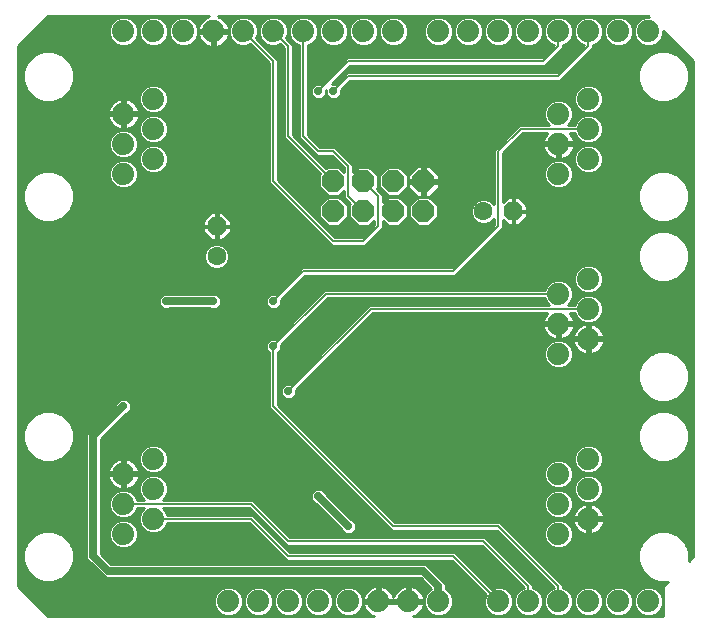
<source format=gbl>
G75*
%MOIN*%
%OFA0B0*%
%FSLAX24Y24*%
%IPPOS*%
%LPD*%
%AMOC8*
5,1,8,0,0,1.08239X$1,22.5*
%
%ADD10OC8,0.0630*%
%ADD11C,0.0630*%
%ADD12C,0.0740*%
%ADD13OC8,0.0740*%
%ADD14C,0.0100*%
%ADD15OC8,0.0270*%
%ADD16C,0.0060*%
%ADD17C,0.0250*%
D10*
X013359Y013650D03*
X023252Y014150D03*
D11*
X022252Y014150D03*
X013359Y012650D03*
D12*
X010252Y015400D03*
X011252Y015900D03*
X010252Y016400D03*
X011252Y016900D03*
X010252Y017400D03*
X011252Y017900D03*
X011252Y020150D03*
X010252Y020150D03*
X012252Y020150D03*
X013252Y020150D03*
X014252Y020150D03*
X015252Y020150D03*
X016252Y020150D03*
X017252Y020150D03*
X018252Y020150D03*
X019252Y020150D03*
X020752Y020150D03*
X021752Y020150D03*
X022752Y020150D03*
X023752Y020150D03*
X024752Y020150D03*
X025752Y020150D03*
X026752Y020150D03*
X027752Y020150D03*
X025752Y017900D03*
X024752Y017400D03*
X025752Y016900D03*
X024752Y016400D03*
X025752Y015900D03*
X024752Y015400D03*
X025752Y011900D03*
X024752Y011400D03*
X025752Y010900D03*
X024752Y010400D03*
X025752Y009900D03*
X024752Y009400D03*
X025752Y005900D03*
X024752Y005400D03*
X025752Y004900D03*
X024752Y004400D03*
X025752Y003900D03*
X024752Y003400D03*
X024752Y001150D03*
X023752Y001150D03*
X022752Y001150D03*
X020752Y001150D03*
X019752Y001150D03*
X018752Y001150D03*
X017752Y001150D03*
X016752Y001150D03*
X015752Y001150D03*
X014752Y001150D03*
X013752Y001150D03*
X010252Y003400D03*
X011252Y003900D03*
X010252Y004400D03*
X011252Y004900D03*
X010252Y005400D03*
X011252Y005900D03*
X025752Y001150D03*
X026752Y001150D03*
X027752Y001150D03*
D13*
X020252Y014150D03*
X019252Y014150D03*
X018252Y014150D03*
X017252Y014150D03*
X017252Y015150D03*
X018252Y015150D03*
X019252Y015150D03*
X020252Y015150D03*
D14*
X006752Y019650D02*
X006752Y001650D01*
X007752Y000650D01*
X018608Y000650D01*
X018553Y000668D01*
X018480Y000705D01*
X018414Y000753D01*
X018356Y000811D01*
X018308Y000877D01*
X018270Y000950D01*
X018245Y001028D01*
X018234Y001100D01*
X018702Y001100D01*
X018702Y001200D01*
X018234Y001200D01*
X018245Y001272D01*
X018270Y001350D01*
X018308Y001423D01*
X018356Y001489D01*
X018414Y001547D01*
X018480Y001595D01*
X018553Y001632D01*
X018631Y001657D01*
X018702Y001669D01*
X018702Y001200D01*
X018802Y001200D01*
X018802Y001669D01*
X018874Y001657D01*
X018952Y001632D01*
X019025Y001595D01*
X019091Y001547D01*
X019149Y001489D01*
X019197Y001423D01*
X019234Y001350D01*
X019252Y001294D01*
X019270Y001350D01*
X019308Y001423D01*
X019356Y001489D01*
X019414Y001547D01*
X019480Y001595D01*
X019553Y001632D01*
X019631Y001657D01*
X019702Y001669D01*
X019702Y001200D01*
X019702Y001100D01*
X019234Y001100D01*
X018802Y001100D01*
X018802Y001200D01*
X019702Y001200D01*
X019802Y001200D01*
X019802Y001669D01*
X019874Y001657D01*
X019952Y001632D01*
X020025Y001595D01*
X020091Y001547D01*
X020149Y001489D01*
X020197Y001423D01*
X020234Y001350D01*
X020260Y001272D01*
X020271Y001200D01*
X019802Y001200D01*
X019802Y001100D01*
X020271Y001100D01*
X020260Y001028D01*
X020234Y000950D01*
X020197Y000877D01*
X020149Y000811D01*
X020091Y000753D01*
X020025Y000705D01*
X019952Y000668D01*
X019896Y000650D01*
X028252Y000650D01*
X028252Y001650D01*
X028412Y001810D01*
X028085Y001810D01*
X027777Y001938D01*
X027540Y002174D01*
X027412Y002483D01*
X027412Y002817D01*
X027540Y003126D01*
X027777Y003362D01*
X028085Y003490D01*
X028419Y003490D01*
X028728Y003362D01*
X028964Y003126D01*
X029092Y002817D01*
X029092Y002490D01*
X029252Y002650D01*
X029252Y019150D01*
X028232Y020170D01*
X028232Y020055D01*
X028159Y019878D01*
X028024Y019743D01*
X027848Y019670D01*
X027657Y019670D01*
X027480Y019743D01*
X027345Y019878D01*
X027272Y020055D01*
X027272Y020245D01*
X027345Y020422D01*
X027480Y020557D01*
X027657Y020630D01*
X027772Y020630D01*
X027752Y020650D01*
X013396Y020650D01*
X013452Y020632D01*
X013525Y020595D01*
X013591Y020547D01*
X013649Y020489D01*
X013697Y020423D01*
X013734Y020350D01*
X013760Y020272D01*
X013771Y020200D01*
X013302Y020200D01*
X013302Y020100D01*
X013302Y019631D01*
X013374Y019643D01*
X013452Y019668D01*
X013525Y019705D01*
X013591Y019753D01*
X013649Y019811D01*
X013697Y019877D01*
X013734Y019950D01*
X013760Y020028D01*
X013771Y020100D01*
X013302Y020100D01*
X013202Y020100D01*
X012734Y020100D01*
X012745Y020028D01*
X012770Y019950D01*
X012808Y019877D01*
X012856Y019811D01*
X012914Y019753D01*
X012980Y019705D01*
X013053Y019668D01*
X013131Y019643D01*
X013202Y019631D01*
X013202Y020100D01*
X013202Y020200D01*
X012734Y020200D01*
X012745Y020272D01*
X012770Y020350D01*
X012808Y020423D01*
X012856Y020489D01*
X012914Y020547D01*
X012980Y020595D01*
X013053Y020632D01*
X013108Y020650D01*
X007752Y020650D01*
X006752Y019650D01*
X006755Y019653D02*
X013099Y019653D01*
X013202Y019653D02*
X013302Y019653D01*
X013302Y019752D02*
X013202Y019752D01*
X013202Y019850D02*
X013302Y019850D01*
X013302Y019949D02*
X013202Y019949D01*
X013202Y020047D02*
X013302Y020047D01*
X013302Y020146D02*
X013772Y020146D01*
X013772Y020055D02*
X013772Y020245D01*
X013845Y020422D01*
X013980Y020557D01*
X014157Y020630D01*
X014348Y020630D01*
X014524Y020557D01*
X014659Y020422D01*
X014732Y020245D01*
X014732Y020055D01*
X014678Y019923D01*
X015310Y019290D01*
X015392Y019208D01*
X015392Y015208D01*
X017310Y013290D01*
X018194Y013290D01*
X018612Y013708D01*
X018612Y013831D01*
X018451Y013670D01*
X018054Y013670D01*
X017772Y013951D01*
X017772Y014349D01*
X017814Y014390D01*
X017612Y014592D01*
X017612Y014831D01*
X017451Y014670D01*
X017054Y014670D01*
X016772Y014951D01*
X016772Y015349D01*
X016814Y015390D01*
X015612Y016592D01*
X015612Y019592D01*
X015480Y019725D01*
X015348Y019670D01*
X015157Y019670D01*
X014980Y019743D01*
X014845Y019878D01*
X014772Y020055D01*
X014772Y020245D01*
X014845Y020422D01*
X014980Y020557D01*
X015157Y020630D01*
X015348Y020630D01*
X015524Y020557D01*
X015659Y020422D01*
X015732Y020245D01*
X015732Y020055D01*
X015678Y019923D01*
X015810Y019790D01*
X015892Y019708D01*
X015892Y016708D01*
X017012Y015588D01*
X017054Y015630D01*
X017451Y015630D01*
X017612Y015469D01*
X017612Y015592D01*
X017194Y016010D01*
X016694Y016010D01*
X016612Y016092D01*
X016112Y016592D01*
X016112Y019688D01*
X015980Y019743D01*
X015845Y019878D01*
X015772Y020055D01*
X015772Y020245D01*
X015845Y020422D01*
X015980Y020557D01*
X016157Y020630D01*
X016348Y020630D01*
X016524Y020557D01*
X016659Y020422D01*
X016732Y020245D01*
X016732Y020055D01*
X016659Y019878D01*
X016524Y019743D01*
X016392Y019688D01*
X016392Y016708D01*
X016810Y016290D01*
X017310Y016290D01*
X017392Y016208D01*
X017392Y016208D01*
X017810Y015790D01*
X017810Y015790D01*
X017892Y015708D01*
X017892Y015469D01*
X018054Y015630D01*
X018451Y015630D01*
X018732Y015349D01*
X018732Y014951D01*
X018691Y014910D01*
X018810Y014790D01*
X018892Y014708D01*
X018892Y014469D01*
X019054Y014630D01*
X019451Y014630D01*
X019732Y014349D01*
X019732Y013951D01*
X019451Y013670D01*
X019054Y013670D01*
X018892Y013831D01*
X018892Y013592D01*
X018392Y013092D01*
X018310Y013010D01*
X017194Y013010D01*
X017112Y013092D01*
X017112Y013092D01*
X015112Y015092D01*
X015112Y019092D01*
X014480Y019725D01*
X014348Y019670D01*
X014157Y019670D01*
X013980Y019743D01*
X013845Y019878D01*
X013772Y020055D01*
X013775Y020047D02*
X013763Y020047D01*
X013733Y019949D02*
X013816Y019949D01*
X013873Y019850D02*
X013677Y019850D01*
X013589Y019752D02*
X013972Y019752D01*
X013772Y020244D02*
X013764Y020244D01*
X013737Y020343D02*
X013813Y020343D01*
X013865Y020441D02*
X013684Y020441D01*
X013598Y020540D02*
X013963Y020540D01*
X013433Y020638D02*
X027764Y020638D01*
X027463Y020540D02*
X027042Y020540D01*
X027024Y020557D02*
X026848Y020630D01*
X026657Y020630D01*
X026480Y020557D01*
X026345Y020422D01*
X026272Y020245D01*
X026272Y020055D01*
X026345Y019878D01*
X026480Y019743D01*
X026657Y019670D01*
X026848Y019670D01*
X027024Y019743D01*
X027159Y019878D01*
X027232Y020055D01*
X027232Y020245D01*
X027159Y020422D01*
X027024Y020557D01*
X027140Y020441D02*
X027365Y020441D01*
X027313Y020343D02*
X027192Y020343D01*
X027232Y020244D02*
X027272Y020244D01*
X027272Y020146D02*
X027232Y020146D01*
X027229Y020047D02*
X027275Y020047D01*
X027316Y019949D02*
X027188Y019949D01*
X027131Y019850D02*
X027373Y019850D01*
X027472Y019752D02*
X027033Y019752D01*
X026472Y019752D02*
X026033Y019752D01*
X026024Y019743D02*
X026159Y019878D01*
X026232Y020055D01*
X026232Y020245D01*
X026159Y020422D01*
X026024Y020557D01*
X025848Y020630D01*
X025657Y020630D01*
X025480Y020557D01*
X025345Y020422D01*
X025272Y020245D01*
X025272Y020055D01*
X025345Y019878D01*
X025480Y019743D01*
X025599Y019694D01*
X024694Y018790D01*
X017694Y018790D01*
X017299Y018395D01*
X017195Y018395D01*
X017810Y019010D01*
X024310Y019010D01*
X024392Y019092D01*
X024892Y019592D01*
X024892Y019688D01*
X025024Y019743D01*
X025159Y019878D01*
X025232Y020055D01*
X025232Y020245D01*
X025159Y020422D01*
X025024Y020557D01*
X024848Y020630D01*
X024657Y020630D01*
X024480Y020557D01*
X024345Y020422D01*
X024272Y020245D01*
X024272Y020055D01*
X024345Y019878D01*
X024480Y019743D01*
X024599Y019694D01*
X024194Y019290D01*
X017694Y019290D01*
X016799Y018395D01*
X016651Y018395D01*
X016507Y018251D01*
X016507Y018049D01*
X016651Y017905D01*
X016854Y017905D01*
X016997Y018049D01*
X016997Y018197D01*
X017007Y018207D01*
X017007Y018049D01*
X017151Y017905D01*
X017354Y017905D01*
X017497Y018049D01*
X017497Y018197D01*
X017810Y018510D01*
X024810Y018510D01*
X024892Y018592D01*
X025892Y019592D01*
X025892Y019688D01*
X026024Y019743D01*
X026131Y019850D02*
X026373Y019850D01*
X026316Y019949D02*
X026188Y019949D01*
X026229Y020047D02*
X026275Y020047D01*
X026272Y020146D02*
X026232Y020146D01*
X026232Y020244D02*
X026272Y020244D01*
X026313Y020343D02*
X026192Y020343D01*
X026140Y020441D02*
X026365Y020441D01*
X026463Y020540D02*
X026042Y020540D01*
X025463Y020540D02*
X025042Y020540D01*
X025140Y020441D02*
X025365Y020441D01*
X025313Y020343D02*
X025192Y020343D01*
X025232Y020244D02*
X025272Y020244D01*
X025272Y020146D02*
X025232Y020146D01*
X025229Y020047D02*
X025275Y020047D01*
X025316Y019949D02*
X025188Y019949D01*
X025131Y019850D02*
X025373Y019850D01*
X025472Y019752D02*
X025033Y019752D01*
X024892Y019653D02*
X025557Y019653D01*
X025459Y019555D02*
X024855Y019555D01*
X024756Y019456D02*
X025360Y019456D01*
X025262Y019358D02*
X024658Y019358D01*
X024559Y019259D02*
X025163Y019259D01*
X025065Y019161D02*
X024461Y019161D01*
X024362Y019062D02*
X024966Y019062D01*
X024868Y018964D02*
X017764Y018964D01*
X017665Y018865D02*
X024769Y018865D01*
X024968Y018668D02*
X027412Y018668D01*
X027412Y018570D02*
X024870Y018570D01*
X025067Y018767D02*
X027412Y018767D01*
X027412Y018817D02*
X027412Y018483D01*
X027540Y018174D01*
X027777Y017938D01*
X028085Y017810D01*
X028419Y017810D01*
X028728Y017938D01*
X028964Y018174D01*
X029092Y018483D01*
X029092Y018817D01*
X028964Y019126D01*
X028728Y019362D01*
X028419Y019490D01*
X028085Y019490D01*
X027777Y019362D01*
X027540Y019126D01*
X027412Y018817D01*
X027432Y018865D02*
X025165Y018865D01*
X025264Y018964D02*
X027473Y018964D01*
X027514Y019062D02*
X025362Y019062D01*
X025461Y019161D02*
X027575Y019161D01*
X027673Y019259D02*
X025559Y019259D01*
X025658Y019358D02*
X027772Y019358D01*
X028003Y019456D02*
X025756Y019456D01*
X025855Y019555D02*
X028848Y019555D01*
X028749Y019653D02*
X025892Y019653D01*
X024557Y019653D02*
X016392Y019653D01*
X016392Y019555D02*
X024459Y019555D01*
X024360Y019456D02*
X016392Y019456D01*
X016392Y019358D02*
X024262Y019358D01*
X024024Y019743D02*
X023848Y019670D01*
X023657Y019670D01*
X023480Y019743D01*
X023345Y019878D01*
X023272Y020055D01*
X023272Y020245D01*
X023345Y020422D01*
X023480Y020557D01*
X023657Y020630D01*
X023848Y020630D01*
X024024Y020557D01*
X024159Y020422D01*
X024232Y020245D01*
X024232Y020055D01*
X024159Y019878D01*
X024024Y019743D01*
X024033Y019752D02*
X024472Y019752D01*
X024373Y019850D02*
X024131Y019850D01*
X024188Y019949D02*
X024316Y019949D01*
X024275Y020047D02*
X024229Y020047D01*
X024232Y020146D02*
X024272Y020146D01*
X024272Y020244D02*
X024232Y020244D01*
X024192Y020343D02*
X024313Y020343D01*
X024365Y020441D02*
X024140Y020441D01*
X024042Y020540D02*
X024463Y020540D01*
X023463Y020540D02*
X023042Y020540D01*
X023024Y020557D02*
X022848Y020630D01*
X022657Y020630D01*
X022480Y020557D01*
X022345Y020422D01*
X022272Y020245D01*
X022272Y020055D01*
X022345Y019878D01*
X022480Y019743D01*
X022657Y019670D01*
X022848Y019670D01*
X023024Y019743D01*
X023159Y019878D01*
X023232Y020055D01*
X023232Y020245D01*
X023159Y020422D01*
X023024Y020557D01*
X023140Y020441D02*
X023365Y020441D01*
X023313Y020343D02*
X023192Y020343D01*
X023232Y020244D02*
X023272Y020244D01*
X023272Y020146D02*
X023232Y020146D01*
X023229Y020047D02*
X023275Y020047D01*
X023316Y019949D02*
X023188Y019949D01*
X023131Y019850D02*
X023373Y019850D01*
X023472Y019752D02*
X023033Y019752D01*
X022472Y019752D02*
X022033Y019752D01*
X022024Y019743D02*
X022159Y019878D01*
X022232Y020055D01*
X022232Y020245D01*
X022159Y020422D01*
X022024Y020557D01*
X021848Y020630D01*
X021657Y020630D01*
X021480Y020557D01*
X021345Y020422D01*
X021272Y020245D01*
X021272Y020055D01*
X021345Y019878D01*
X021480Y019743D01*
X021657Y019670D01*
X021848Y019670D01*
X022024Y019743D01*
X022131Y019850D02*
X022373Y019850D01*
X022316Y019949D02*
X022188Y019949D01*
X022229Y020047D02*
X022275Y020047D01*
X022272Y020146D02*
X022232Y020146D01*
X022232Y020244D02*
X022272Y020244D01*
X022313Y020343D02*
X022192Y020343D01*
X022140Y020441D02*
X022365Y020441D01*
X022463Y020540D02*
X022042Y020540D01*
X021463Y020540D02*
X021042Y020540D01*
X021024Y020557D02*
X020848Y020630D01*
X020657Y020630D01*
X020480Y020557D01*
X020345Y020422D01*
X020272Y020245D01*
X020272Y020055D01*
X020345Y019878D01*
X020480Y019743D01*
X020657Y019670D01*
X020848Y019670D01*
X021024Y019743D01*
X021159Y019878D01*
X021232Y020055D01*
X021232Y020245D01*
X021159Y020422D01*
X021024Y020557D01*
X021140Y020441D02*
X021365Y020441D01*
X021313Y020343D02*
X021192Y020343D01*
X021232Y020244D02*
X021272Y020244D01*
X021272Y020146D02*
X021232Y020146D01*
X021229Y020047D02*
X021275Y020047D01*
X021316Y019949D02*
X021188Y019949D01*
X021131Y019850D02*
X021373Y019850D01*
X021472Y019752D02*
X021033Y019752D01*
X020472Y019752D02*
X019533Y019752D01*
X019524Y019743D02*
X019659Y019878D01*
X019732Y020055D01*
X019732Y020245D01*
X019659Y020422D01*
X019524Y020557D01*
X019348Y020630D01*
X019157Y020630D01*
X018980Y020557D01*
X018845Y020422D01*
X018772Y020245D01*
X018772Y020055D01*
X018845Y019878D01*
X018980Y019743D01*
X019157Y019670D01*
X019348Y019670D01*
X019524Y019743D01*
X019631Y019850D02*
X020373Y019850D01*
X020316Y019949D02*
X019688Y019949D01*
X019729Y020047D02*
X020275Y020047D01*
X020272Y020146D02*
X019732Y020146D01*
X019732Y020244D02*
X020272Y020244D01*
X020313Y020343D02*
X019692Y020343D01*
X019640Y020441D02*
X020365Y020441D01*
X020463Y020540D02*
X019542Y020540D01*
X018963Y020540D02*
X018542Y020540D01*
X018524Y020557D02*
X018348Y020630D01*
X018157Y020630D01*
X017980Y020557D01*
X017845Y020422D01*
X017772Y020245D01*
X017772Y020055D01*
X017845Y019878D01*
X017980Y019743D01*
X018157Y019670D01*
X018348Y019670D01*
X018524Y019743D01*
X018659Y019878D01*
X018732Y020055D01*
X018732Y020245D01*
X018659Y020422D01*
X018524Y020557D01*
X018640Y020441D02*
X018865Y020441D01*
X018813Y020343D02*
X018692Y020343D01*
X018732Y020244D02*
X018772Y020244D01*
X018772Y020146D02*
X018732Y020146D01*
X018729Y020047D02*
X018775Y020047D01*
X018816Y019949D02*
X018688Y019949D01*
X018631Y019850D02*
X018873Y019850D01*
X018972Y019752D02*
X018533Y019752D01*
X017972Y019752D02*
X017533Y019752D01*
X017524Y019743D02*
X017659Y019878D01*
X017732Y020055D01*
X017732Y020245D01*
X017659Y020422D01*
X017524Y020557D01*
X017348Y020630D01*
X017157Y020630D01*
X016980Y020557D01*
X016845Y020422D01*
X016772Y020245D01*
X016772Y020055D01*
X016845Y019878D01*
X016980Y019743D01*
X017157Y019670D01*
X017348Y019670D01*
X017524Y019743D01*
X017631Y019850D02*
X017873Y019850D01*
X017816Y019949D02*
X017688Y019949D01*
X017729Y020047D02*
X017775Y020047D01*
X017772Y020146D02*
X017732Y020146D01*
X017732Y020244D02*
X017772Y020244D01*
X017813Y020343D02*
X017692Y020343D01*
X017640Y020441D02*
X017865Y020441D01*
X017963Y020540D02*
X017542Y020540D01*
X016963Y020540D02*
X016542Y020540D01*
X016640Y020441D02*
X016865Y020441D01*
X016813Y020343D02*
X016692Y020343D01*
X016732Y020244D02*
X016772Y020244D01*
X016772Y020146D02*
X016732Y020146D01*
X016729Y020047D02*
X016775Y020047D01*
X016816Y019949D02*
X016688Y019949D01*
X016631Y019850D02*
X016873Y019850D01*
X016972Y019752D02*
X016533Y019752D01*
X016112Y019653D02*
X015892Y019653D01*
X015892Y019555D02*
X016112Y019555D01*
X016112Y019456D02*
X015892Y019456D01*
X015892Y019358D02*
X016112Y019358D01*
X016112Y019259D02*
X015892Y019259D01*
X015892Y019161D02*
X016112Y019161D01*
X016112Y019062D02*
X015892Y019062D01*
X015892Y018964D02*
X016112Y018964D01*
X016112Y018865D02*
X015892Y018865D01*
X015892Y018767D02*
X016112Y018767D01*
X016112Y018668D02*
X015892Y018668D01*
X015892Y018570D02*
X016112Y018570D01*
X016112Y018471D02*
X015892Y018471D01*
X015892Y018373D02*
X016112Y018373D01*
X016112Y018274D02*
X015892Y018274D01*
X015892Y018176D02*
X016112Y018176D01*
X016112Y018077D02*
X015892Y018077D01*
X015892Y017979D02*
X016112Y017979D01*
X016112Y017880D02*
X015892Y017880D01*
X015892Y017782D02*
X016112Y017782D01*
X016112Y017683D02*
X015892Y017683D01*
X015892Y017585D02*
X016112Y017585D01*
X016112Y017486D02*
X015892Y017486D01*
X015892Y017388D02*
X016112Y017388D01*
X016112Y017289D02*
X015892Y017289D01*
X015892Y017191D02*
X016112Y017191D01*
X016112Y017092D02*
X015892Y017092D01*
X015892Y016994D02*
X016112Y016994D01*
X016112Y016895D02*
X015892Y016895D01*
X015892Y016797D02*
X016112Y016797D01*
X016112Y016698D02*
X015902Y016698D01*
X016001Y016600D02*
X016112Y016600D01*
X016099Y016501D02*
X016203Y016501D01*
X016198Y016403D02*
X016302Y016403D01*
X016296Y016304D02*
X016400Y016304D01*
X016395Y016206D02*
X016499Y016206D01*
X016493Y016107D02*
X016597Y016107D01*
X016592Y016009D02*
X017196Y016009D01*
X017294Y015910D02*
X016690Y015910D01*
X016789Y015812D02*
X017393Y015812D01*
X017491Y015713D02*
X016887Y015713D01*
X016986Y015615D02*
X017038Y015615D01*
X016787Y015418D02*
X015392Y015418D01*
X015392Y015516D02*
X016688Y015516D01*
X016590Y015615D02*
X015392Y015615D01*
X015392Y015713D02*
X016491Y015713D01*
X016393Y015812D02*
X015392Y015812D01*
X015392Y015910D02*
X016294Y015910D01*
X016196Y016009D02*
X015392Y016009D01*
X015392Y016107D02*
X016097Y016107D01*
X015999Y016206D02*
X015392Y016206D01*
X015392Y016304D02*
X015900Y016304D01*
X015802Y016403D02*
X015392Y016403D01*
X015392Y016501D02*
X015703Y016501D01*
X015612Y016600D02*
X015392Y016600D01*
X015392Y016698D02*
X015612Y016698D01*
X015612Y016797D02*
X015392Y016797D01*
X015392Y016895D02*
X015612Y016895D01*
X015612Y016994D02*
X015392Y016994D01*
X015392Y017092D02*
X015612Y017092D01*
X015612Y017191D02*
X015392Y017191D01*
X015392Y017289D02*
X015612Y017289D01*
X015612Y017388D02*
X015392Y017388D01*
X015392Y017486D02*
X015612Y017486D01*
X015612Y017585D02*
X015392Y017585D01*
X015392Y017683D02*
X015612Y017683D01*
X015612Y017782D02*
X015392Y017782D01*
X015392Y017880D02*
X015612Y017880D01*
X015612Y017979D02*
X015392Y017979D01*
X015392Y018077D02*
X015612Y018077D01*
X015612Y018176D02*
X015392Y018176D01*
X015392Y018274D02*
X015612Y018274D01*
X015612Y018373D02*
X015392Y018373D01*
X015392Y018471D02*
X015612Y018471D01*
X015612Y018570D02*
X015392Y018570D01*
X015392Y018668D02*
X015612Y018668D01*
X015612Y018767D02*
X015392Y018767D01*
X015392Y018865D02*
X015612Y018865D01*
X015612Y018964D02*
X015392Y018964D01*
X015392Y019062D02*
X015612Y019062D01*
X015612Y019161D02*
X015392Y019161D01*
X015341Y019259D02*
X015612Y019259D01*
X015612Y019358D02*
X015243Y019358D01*
X015144Y019456D02*
X015612Y019456D01*
X015612Y019555D02*
X015046Y019555D01*
X014947Y019653D02*
X015551Y019653D01*
X015750Y019850D02*
X015873Y019850D01*
X015849Y019752D02*
X015972Y019752D01*
X015816Y019949D02*
X015688Y019949D01*
X015729Y020047D02*
X015775Y020047D01*
X015772Y020146D02*
X015732Y020146D01*
X015732Y020244D02*
X015772Y020244D01*
X015813Y020343D02*
X015692Y020343D01*
X015640Y020441D02*
X015865Y020441D01*
X015963Y020540D02*
X015542Y020540D01*
X014963Y020540D02*
X014542Y020540D01*
X014640Y020441D02*
X014865Y020441D01*
X014813Y020343D02*
X014692Y020343D01*
X014732Y020244D02*
X014772Y020244D01*
X014772Y020146D02*
X014732Y020146D01*
X014729Y020047D02*
X014775Y020047D01*
X014816Y019949D02*
X014688Y019949D01*
X014750Y019850D02*
X014873Y019850D01*
X014849Y019752D02*
X014972Y019752D01*
X014650Y019555D02*
X006752Y019555D01*
X006752Y019456D02*
X007503Y019456D01*
X007585Y019490D02*
X007277Y019362D01*
X007040Y019126D01*
X006912Y018817D01*
X006912Y018483D01*
X007040Y018174D01*
X007277Y017938D01*
X007585Y017810D01*
X007919Y017810D01*
X008228Y017938D01*
X008464Y018174D01*
X008592Y018483D01*
X008592Y018817D01*
X008464Y019126D01*
X008228Y019362D01*
X007919Y019490D01*
X007585Y019490D01*
X007272Y019358D02*
X006752Y019358D01*
X006752Y019259D02*
X007173Y019259D01*
X007075Y019161D02*
X006752Y019161D01*
X006752Y019062D02*
X007014Y019062D01*
X006973Y018964D02*
X006752Y018964D01*
X006752Y018865D02*
X006932Y018865D01*
X006912Y018767D02*
X006752Y018767D01*
X006752Y018668D02*
X006912Y018668D01*
X006912Y018570D02*
X006752Y018570D01*
X006752Y018471D02*
X006917Y018471D01*
X006958Y018373D02*
X006752Y018373D01*
X006752Y018274D02*
X006999Y018274D01*
X007040Y018176D02*
X006752Y018176D01*
X006752Y018077D02*
X007137Y018077D01*
X007236Y017979D02*
X006752Y017979D01*
X006752Y017880D02*
X007416Y017880D01*
X006752Y017782D02*
X009899Y017782D01*
X009914Y017797D02*
X009856Y017739D01*
X009808Y017673D01*
X009770Y017600D01*
X009745Y017522D01*
X009734Y017450D01*
X010202Y017450D01*
X010202Y017350D01*
X009734Y017350D01*
X009745Y017278D01*
X009770Y017200D01*
X009808Y017127D01*
X009856Y017061D01*
X009914Y017003D01*
X009980Y016955D01*
X010053Y016918D01*
X010131Y016893D01*
X010202Y016881D01*
X010202Y017350D01*
X010302Y017350D01*
X010302Y016881D01*
X010374Y016893D01*
X010452Y016918D01*
X010525Y016955D01*
X010591Y017003D01*
X010649Y017061D01*
X010697Y017127D01*
X010734Y017200D01*
X010760Y017278D01*
X010771Y017350D01*
X010302Y017350D01*
X010302Y017450D01*
X010202Y017450D01*
X010202Y017919D01*
X010131Y017907D01*
X010053Y017882D01*
X009980Y017845D01*
X009914Y017797D01*
X009815Y017683D02*
X006752Y017683D01*
X006752Y017585D02*
X009766Y017585D01*
X009740Y017486D02*
X006752Y017486D01*
X006752Y017388D02*
X010202Y017388D01*
X010202Y017486D02*
X010302Y017486D01*
X010302Y017450D02*
X010302Y017919D01*
X010374Y017907D01*
X010452Y017882D01*
X010525Y017845D01*
X010591Y017797D01*
X010649Y017739D01*
X010697Y017673D01*
X010734Y017600D01*
X010760Y017522D01*
X010771Y017450D01*
X010302Y017450D01*
X010302Y017388D02*
X015112Y017388D01*
X015112Y017486D02*
X011507Y017486D01*
X011524Y017493D02*
X011659Y017628D01*
X011732Y017805D01*
X011732Y017995D01*
X011659Y018172D01*
X011524Y018307D01*
X011348Y018380D01*
X011157Y018380D01*
X010980Y018307D01*
X010845Y018172D01*
X010772Y017995D01*
X010772Y017805D01*
X010845Y017628D01*
X010980Y017493D01*
X011157Y017420D01*
X011348Y017420D01*
X011524Y017493D01*
X011616Y017585D02*
X015112Y017585D01*
X015112Y017683D02*
X011682Y017683D01*
X011723Y017782D02*
X015112Y017782D01*
X015112Y017880D02*
X011732Y017880D01*
X011732Y017979D02*
X015112Y017979D01*
X015112Y018077D02*
X011699Y018077D01*
X011656Y018176D02*
X015112Y018176D01*
X015112Y018274D02*
X011557Y018274D01*
X011366Y018373D02*
X015112Y018373D01*
X015112Y018471D02*
X008587Y018471D01*
X008592Y018570D02*
X015112Y018570D01*
X015112Y018668D02*
X008592Y018668D01*
X008592Y018767D02*
X015112Y018767D01*
X015112Y018865D02*
X008572Y018865D01*
X008532Y018964D02*
X015112Y018964D01*
X015112Y019062D02*
X008491Y019062D01*
X008430Y019161D02*
X015044Y019161D01*
X014945Y019259D02*
X008331Y019259D01*
X008233Y019358D02*
X014847Y019358D01*
X014748Y019456D02*
X008001Y019456D01*
X007149Y020047D02*
X009775Y020047D01*
X009772Y020055D02*
X009845Y019878D01*
X009980Y019743D01*
X010157Y019670D01*
X010348Y019670D01*
X010524Y019743D01*
X010659Y019878D01*
X010732Y020055D01*
X010732Y020245D01*
X010659Y020422D01*
X010524Y020557D01*
X010348Y020630D01*
X010157Y020630D01*
X009980Y020557D01*
X009845Y020422D01*
X009772Y020245D01*
X009772Y020055D01*
X009772Y020146D02*
X007248Y020146D01*
X007346Y020244D02*
X009772Y020244D01*
X009813Y020343D02*
X007445Y020343D01*
X007543Y020441D02*
X009865Y020441D01*
X009963Y020540D02*
X007642Y020540D01*
X007740Y020638D02*
X013072Y020638D01*
X012907Y020540D02*
X012542Y020540D01*
X012524Y020557D02*
X012348Y020630D01*
X012157Y020630D01*
X011980Y020557D01*
X011845Y020422D01*
X011772Y020245D01*
X011772Y020055D01*
X011845Y019878D01*
X011980Y019743D01*
X012157Y019670D01*
X012348Y019670D01*
X012524Y019743D01*
X012659Y019878D01*
X012732Y020055D01*
X012732Y020245D01*
X012659Y020422D01*
X012524Y020557D01*
X012640Y020441D02*
X012821Y020441D01*
X012768Y020343D02*
X012692Y020343D01*
X012732Y020244D02*
X012741Y020244D01*
X012732Y020146D02*
X013202Y020146D01*
X012742Y020047D02*
X012729Y020047D01*
X012688Y019949D02*
X012771Y019949D01*
X012828Y019850D02*
X012631Y019850D01*
X012533Y019752D02*
X012916Y019752D01*
X013406Y019653D02*
X014551Y019653D01*
X016392Y019259D02*
X017663Y019259D01*
X017565Y019161D02*
X016392Y019161D01*
X016392Y019062D02*
X017466Y019062D01*
X017368Y018964D02*
X016392Y018964D01*
X016392Y018865D02*
X017269Y018865D01*
X017171Y018767D02*
X016392Y018767D01*
X016392Y018668D02*
X017072Y018668D01*
X016974Y018570D02*
X016392Y018570D01*
X016392Y018471D02*
X016875Y018471D01*
X016628Y018373D02*
X016392Y018373D01*
X016392Y018274D02*
X016530Y018274D01*
X016507Y018176D02*
X016392Y018176D01*
X016392Y018077D02*
X016507Y018077D01*
X016577Y017979D02*
X016392Y017979D01*
X016392Y017880D02*
X025272Y017880D01*
X025272Y017805D02*
X025345Y017628D01*
X025480Y017493D01*
X025657Y017420D01*
X025848Y017420D01*
X026024Y017493D01*
X026159Y017628D01*
X026232Y017805D01*
X026232Y017995D01*
X026159Y018172D01*
X026024Y018307D01*
X025848Y018380D01*
X025657Y018380D01*
X025480Y018307D01*
X025345Y018172D01*
X025272Y017995D01*
X025272Y017805D01*
X025282Y017782D02*
X025050Y017782D01*
X025024Y017807D02*
X024848Y017880D01*
X024657Y017880D01*
X024480Y017807D01*
X024345Y017672D01*
X024272Y017495D01*
X024272Y017305D01*
X024345Y017128D01*
X024434Y017040D01*
X023444Y017040D01*
X022694Y016290D01*
X022612Y016208D01*
X022612Y014391D01*
X022493Y014510D01*
X022337Y014575D01*
X022168Y014575D01*
X022012Y014510D01*
X021892Y014391D01*
X021827Y014235D01*
X021827Y014065D01*
X021892Y013909D01*
X022012Y013790D01*
X022168Y013725D01*
X022337Y013725D01*
X022493Y013790D01*
X022612Y013909D01*
X022612Y013708D01*
X021194Y012290D01*
X016194Y012290D01*
X015299Y011395D01*
X015151Y011395D01*
X015007Y011251D01*
X015007Y011049D01*
X015151Y010905D01*
X015354Y010905D01*
X015497Y011049D01*
X015497Y011197D01*
X016310Y012010D01*
X021310Y012010D01*
X021392Y012092D01*
X022892Y013592D01*
X022892Y013852D01*
X023060Y013685D01*
X023222Y013685D01*
X023222Y014120D01*
X023282Y014120D01*
X023282Y013685D01*
X023445Y013685D01*
X023717Y013957D01*
X023717Y014120D01*
X023282Y014120D01*
X023282Y014180D01*
X023222Y014180D01*
X023222Y014615D01*
X023060Y014615D01*
X022892Y014448D01*
X022892Y016092D01*
X023560Y016760D01*
X024377Y016760D01*
X024356Y016739D01*
X024308Y016673D01*
X024270Y016600D01*
X024245Y016522D01*
X024234Y016450D01*
X024702Y016450D01*
X024702Y016350D01*
X024234Y016350D01*
X024245Y016278D01*
X024270Y016200D01*
X024308Y016127D01*
X024356Y016061D01*
X024414Y016003D01*
X024480Y015955D01*
X024553Y015918D01*
X024631Y015893D01*
X024702Y015881D01*
X024702Y016350D01*
X024802Y016350D01*
X024802Y015881D01*
X024874Y015893D01*
X024952Y015918D01*
X025025Y015955D01*
X025091Y016003D01*
X025149Y016061D01*
X025197Y016127D01*
X025234Y016200D01*
X025260Y016278D01*
X025271Y016350D01*
X024802Y016350D01*
X024802Y016450D01*
X025271Y016450D01*
X025260Y016522D01*
X025234Y016600D01*
X025197Y016673D01*
X025149Y016739D01*
X025128Y016760D01*
X025291Y016760D01*
X025345Y016628D01*
X025480Y016493D01*
X025657Y016420D01*
X025848Y016420D01*
X026024Y016493D01*
X026159Y016628D01*
X026232Y016805D01*
X026232Y016995D01*
X026159Y017172D01*
X026024Y017307D01*
X025848Y017380D01*
X025657Y017380D01*
X025480Y017307D01*
X025345Y017172D01*
X025291Y017040D01*
X025071Y017040D01*
X025159Y017128D01*
X025232Y017305D01*
X025232Y017495D01*
X025159Y017672D01*
X025024Y017807D01*
X025148Y017683D02*
X025323Y017683D01*
X025389Y017585D02*
X025195Y017585D01*
X025232Y017486D02*
X025497Y017486D01*
X025463Y017289D02*
X025226Y017289D01*
X025232Y017388D02*
X029252Y017388D01*
X029252Y017486D02*
X026007Y017486D01*
X026116Y017585D02*
X029252Y017585D01*
X029252Y017683D02*
X026182Y017683D01*
X026223Y017782D02*
X029252Y017782D01*
X029252Y017880D02*
X028589Y017880D01*
X028769Y017979D02*
X029252Y017979D01*
X029252Y018077D02*
X028867Y018077D01*
X028965Y018176D02*
X029252Y018176D01*
X029252Y018274D02*
X029006Y018274D01*
X029047Y018373D02*
X029252Y018373D01*
X029252Y018471D02*
X029087Y018471D01*
X029092Y018570D02*
X029252Y018570D01*
X029252Y018668D02*
X029092Y018668D01*
X029092Y018767D02*
X029252Y018767D01*
X029252Y018865D02*
X029072Y018865D01*
X029032Y018964D02*
X029252Y018964D01*
X029252Y019062D02*
X028991Y019062D01*
X028930Y019161D02*
X029242Y019161D01*
X029143Y019259D02*
X028831Y019259D01*
X028733Y019358D02*
X029045Y019358D01*
X028946Y019456D02*
X028501Y019456D01*
X028651Y019752D02*
X028033Y019752D01*
X028131Y019850D02*
X028552Y019850D01*
X028454Y019949D02*
X028188Y019949D01*
X028229Y020047D02*
X028355Y020047D01*
X028257Y020146D02*
X028232Y020146D01*
X027417Y018471D02*
X017771Y018471D01*
X017673Y018373D02*
X025639Y018373D01*
X025448Y018274D02*
X017574Y018274D01*
X017497Y018176D02*
X025349Y018176D01*
X025306Y018077D02*
X017497Y018077D01*
X017427Y017979D02*
X025272Y017979D01*
X025866Y018373D02*
X027458Y018373D01*
X027499Y018274D02*
X026057Y018274D01*
X026156Y018176D02*
X027540Y018176D01*
X027637Y018077D02*
X026199Y018077D01*
X026232Y017979D02*
X027736Y017979D01*
X027916Y017880D02*
X026232Y017880D01*
X026042Y017289D02*
X029252Y017289D01*
X029252Y017191D02*
X026141Y017191D01*
X026192Y017092D02*
X029252Y017092D01*
X029252Y016994D02*
X026232Y016994D01*
X026232Y016895D02*
X029252Y016895D01*
X029252Y016797D02*
X026229Y016797D01*
X026188Y016698D02*
X029252Y016698D01*
X029252Y016600D02*
X026131Y016600D01*
X026032Y016501D02*
X029252Y016501D01*
X029252Y016403D02*
X024802Y016403D01*
X024802Y016304D02*
X024702Y016304D01*
X024702Y016206D02*
X024802Y016206D01*
X024802Y016107D02*
X024702Y016107D01*
X024702Y016009D02*
X024802Y016009D01*
X024802Y015910D02*
X024702Y015910D01*
X024657Y015880D02*
X024480Y015807D01*
X024345Y015672D01*
X024272Y015495D01*
X024272Y015305D01*
X024345Y015128D01*
X024480Y014993D01*
X024657Y014920D01*
X024848Y014920D01*
X025024Y014993D01*
X025159Y015128D01*
X025232Y015305D01*
X025232Y015495D01*
X025159Y015672D01*
X025024Y015807D01*
X024848Y015880D01*
X024657Y015880D01*
X024578Y015910D02*
X022892Y015910D01*
X022892Y015812D02*
X024492Y015812D01*
X024387Y015713D02*
X022892Y015713D01*
X022892Y015615D02*
X024322Y015615D01*
X024281Y015516D02*
X022892Y015516D01*
X022892Y015418D02*
X024272Y015418D01*
X024272Y015319D02*
X022892Y015319D01*
X022892Y015221D02*
X024307Y015221D01*
X024352Y015122D02*
X022892Y015122D01*
X022892Y015024D02*
X024450Y015024D01*
X024645Y014925D02*
X022892Y014925D01*
X022892Y014827D02*
X027416Y014827D01*
X027412Y014817D02*
X027412Y014483D01*
X027540Y014174D01*
X027777Y013938D01*
X028085Y013810D01*
X028419Y013810D01*
X028728Y013938D01*
X028964Y014174D01*
X029092Y014483D01*
X029092Y014817D01*
X028964Y015126D01*
X028728Y015362D01*
X028419Y015490D01*
X028085Y015490D01*
X027777Y015362D01*
X027540Y015126D01*
X027412Y014817D01*
X027412Y014728D02*
X022892Y014728D01*
X022892Y014630D02*
X027412Y014630D01*
X027412Y014531D02*
X023529Y014531D01*
X023445Y014615D02*
X023282Y014615D01*
X023282Y014180D01*
X023717Y014180D01*
X023717Y014343D01*
X023445Y014615D01*
X023282Y014531D02*
X023222Y014531D01*
X023222Y014433D02*
X023282Y014433D01*
X023282Y014334D02*
X023222Y014334D01*
X023222Y014236D02*
X023282Y014236D01*
X023282Y014137D02*
X027577Y014137D01*
X027515Y014236D02*
X023717Y014236D01*
X023717Y014334D02*
X027474Y014334D01*
X027433Y014433D02*
X023627Y014433D01*
X023717Y014039D02*
X027676Y014039D01*
X027774Y013940D02*
X023700Y013940D01*
X023602Y013842D02*
X028009Y013842D01*
X028085Y013490D02*
X027777Y013362D01*
X027540Y013126D01*
X027412Y012817D01*
X027412Y012483D01*
X027540Y012174D01*
X027777Y011938D01*
X028085Y011810D01*
X028419Y011810D01*
X028728Y011938D01*
X028964Y012174D01*
X029092Y012483D01*
X029092Y012817D01*
X028964Y013126D01*
X028728Y013362D01*
X028419Y013490D01*
X028085Y013490D01*
X027983Y013448D02*
X022748Y013448D01*
X022846Y013546D02*
X029252Y013546D01*
X029252Y013448D02*
X028522Y013448D01*
X028741Y013349D02*
X029252Y013349D01*
X029252Y013251D02*
X028840Y013251D01*
X028938Y013152D02*
X029252Y013152D01*
X029252Y013054D02*
X028994Y013054D01*
X029035Y012955D02*
X029252Y012955D01*
X029252Y012857D02*
X029076Y012857D01*
X029092Y012758D02*
X029252Y012758D01*
X029252Y012660D02*
X029092Y012660D01*
X029092Y012561D02*
X029252Y012561D01*
X029252Y012463D02*
X029084Y012463D01*
X029043Y012364D02*
X029252Y012364D01*
X029252Y012266D02*
X029002Y012266D01*
X028957Y012167D02*
X029252Y012167D01*
X029252Y012069D02*
X028859Y012069D01*
X028760Y011970D02*
X029252Y011970D01*
X029252Y011872D02*
X028568Y011872D01*
X027937Y011872D02*
X026232Y011872D01*
X026232Y011805D02*
X026159Y011628D01*
X026024Y011493D01*
X025848Y011420D01*
X025657Y011420D01*
X025480Y011493D01*
X025345Y011628D01*
X025272Y011805D01*
X025272Y011995D01*
X025345Y012172D01*
X025480Y012307D01*
X025657Y012380D01*
X025848Y012380D01*
X026024Y012307D01*
X026159Y012172D01*
X026232Y011995D01*
X026232Y011805D01*
X026219Y011773D02*
X029252Y011773D01*
X029252Y011675D02*
X026179Y011675D01*
X026107Y011576D02*
X029252Y011576D01*
X029252Y011478D02*
X025987Y011478D01*
X025850Y011379D02*
X029252Y011379D01*
X029252Y011281D02*
X026051Y011281D01*
X026024Y011307D02*
X025848Y011380D01*
X025657Y011380D01*
X025480Y011307D01*
X025345Y011172D01*
X025291Y011040D01*
X025071Y011040D01*
X025159Y011128D01*
X025232Y011305D01*
X025232Y011495D01*
X025159Y011672D01*
X025024Y011807D01*
X024848Y011880D01*
X024657Y011880D01*
X024480Y011807D01*
X024345Y011672D01*
X024291Y011540D01*
X016944Y011540D01*
X016862Y011458D01*
X015299Y009895D01*
X015151Y009895D01*
X015007Y009751D01*
X015007Y009549D01*
X015112Y009444D01*
X015112Y007592D01*
X015194Y007510D01*
X019194Y003510D01*
X022694Y003510D01*
X024599Y001606D01*
X024480Y001557D01*
X024345Y001422D01*
X024272Y001245D01*
X024272Y001055D01*
X024345Y000878D01*
X024480Y000743D01*
X024657Y000670D01*
X024848Y000670D01*
X025024Y000743D01*
X025159Y000878D01*
X025232Y001055D01*
X025232Y001245D01*
X025159Y001422D01*
X025024Y001557D01*
X024892Y001612D01*
X024892Y001708D01*
X022892Y003708D01*
X022810Y003790D01*
X019310Y003790D01*
X015392Y007708D01*
X015392Y009444D01*
X015497Y009549D01*
X015497Y009697D01*
X017060Y011260D01*
X024291Y011260D01*
X024345Y011128D01*
X024434Y011040D01*
X018444Y011040D01*
X015799Y008395D01*
X015651Y008395D01*
X015507Y008251D01*
X015507Y008049D01*
X015651Y007905D01*
X015854Y007905D01*
X015997Y008049D01*
X015997Y008197D01*
X018560Y010760D01*
X024377Y010760D01*
X024356Y010739D01*
X024308Y010673D01*
X024270Y010600D01*
X024245Y010522D01*
X024234Y010450D01*
X024702Y010450D01*
X024702Y010350D01*
X024234Y010350D01*
X024245Y010278D01*
X024270Y010200D01*
X024308Y010127D01*
X024356Y010061D01*
X024414Y010003D01*
X024480Y009955D01*
X024553Y009918D01*
X024631Y009893D01*
X024702Y009881D01*
X024702Y010350D01*
X024802Y010350D01*
X024802Y009881D01*
X024874Y009893D01*
X024952Y009918D01*
X025025Y009955D01*
X025091Y010003D01*
X025149Y010061D01*
X025197Y010127D01*
X025234Y010200D01*
X025260Y010278D01*
X025271Y010350D01*
X024802Y010350D01*
X024802Y010450D01*
X025271Y010450D01*
X025260Y010522D01*
X025234Y010600D01*
X025197Y010673D01*
X025149Y010739D01*
X025128Y010760D01*
X025291Y010760D01*
X025345Y010628D01*
X025480Y010493D01*
X025657Y010420D01*
X025848Y010420D01*
X026024Y010493D01*
X026159Y010628D01*
X026232Y010805D01*
X026232Y010995D01*
X026159Y011172D01*
X026024Y011307D01*
X026149Y011182D02*
X029252Y011182D01*
X029252Y011084D02*
X026196Y011084D01*
X026232Y010985D02*
X029252Y010985D01*
X029252Y010887D02*
X026232Y010887D01*
X026226Y010788D02*
X029252Y010788D01*
X029252Y010690D02*
X026185Y010690D01*
X026122Y010591D02*
X029252Y010591D01*
X029252Y010493D02*
X026023Y010493D01*
X025952Y010382D02*
X025874Y010407D01*
X025802Y010419D01*
X025802Y009950D01*
X025702Y009950D01*
X025702Y009850D01*
X025234Y009850D01*
X025245Y009778D01*
X025270Y009700D01*
X025308Y009627D01*
X025356Y009561D01*
X025414Y009503D01*
X025480Y009455D01*
X025553Y009418D01*
X025631Y009393D01*
X025702Y009381D01*
X025702Y009850D01*
X025802Y009850D01*
X025802Y009381D01*
X025874Y009393D01*
X025952Y009418D01*
X026025Y009455D01*
X026091Y009503D01*
X026149Y009561D01*
X026197Y009627D01*
X026234Y009700D01*
X026260Y009778D01*
X026271Y009850D01*
X025802Y009850D01*
X025802Y009950D01*
X026271Y009950D01*
X026260Y010022D01*
X026234Y010100D01*
X026197Y010173D01*
X026149Y010239D01*
X026091Y010297D01*
X026025Y010345D01*
X025952Y010382D01*
X025915Y010394D02*
X029252Y010394D01*
X029252Y010296D02*
X026092Y010296D01*
X026179Y010197D02*
X029252Y010197D01*
X029252Y010099D02*
X026235Y010099D01*
X026263Y010000D02*
X029252Y010000D01*
X029252Y009902D02*
X025802Y009902D01*
X025802Y010000D02*
X025702Y010000D01*
X025702Y009950D02*
X025702Y010419D01*
X025631Y010407D01*
X025553Y010382D01*
X025480Y010345D01*
X025414Y010297D01*
X025356Y010239D01*
X025308Y010173D01*
X025270Y010100D01*
X025245Y010022D01*
X025234Y009950D01*
X025702Y009950D01*
X025702Y009902D02*
X024901Y009902D01*
X024848Y009880D02*
X024657Y009880D01*
X024480Y009807D01*
X024345Y009672D01*
X024272Y009495D01*
X024272Y009305D01*
X024345Y009128D01*
X024480Y008993D01*
X024657Y008920D01*
X024848Y008920D01*
X025024Y008993D01*
X025159Y009128D01*
X025232Y009305D01*
X025232Y009495D01*
X025159Y009672D01*
X025024Y009807D01*
X024848Y009880D01*
X024802Y009902D02*
X024702Y009902D01*
X024702Y010000D02*
X024802Y010000D01*
X024802Y010099D02*
X024702Y010099D01*
X024702Y010197D02*
X024802Y010197D01*
X024802Y010296D02*
X024702Y010296D01*
X024702Y010394D02*
X018194Y010394D01*
X018096Y010296D02*
X024242Y010296D01*
X024272Y010197D02*
X017997Y010197D01*
X017899Y010099D02*
X024329Y010099D01*
X024418Y010000D02*
X017800Y010000D01*
X017702Y009902D02*
X024604Y009902D01*
X024477Y009803D02*
X017603Y009803D01*
X017505Y009705D02*
X024378Y009705D01*
X024318Y009606D02*
X017406Y009606D01*
X017308Y009508D02*
X024277Y009508D01*
X024272Y009409D02*
X017209Y009409D01*
X017111Y009311D02*
X024272Y009311D01*
X024311Y009212D02*
X017012Y009212D01*
X016914Y009114D02*
X024360Y009114D01*
X024459Y009015D02*
X016815Y009015D01*
X016717Y008917D02*
X027454Y008917D01*
X027494Y009015D02*
X025046Y009015D01*
X025145Y009114D02*
X027535Y009114D01*
X027540Y009126D02*
X027412Y008817D01*
X027412Y008483D01*
X027540Y008174D01*
X027777Y007938D01*
X028085Y007810D01*
X028419Y007810D01*
X028728Y007938D01*
X028964Y008174D01*
X029092Y008483D01*
X029092Y008817D01*
X028964Y009126D01*
X028728Y009362D01*
X028419Y009490D01*
X028085Y009490D01*
X027777Y009362D01*
X027540Y009126D01*
X027626Y009212D02*
X025194Y009212D01*
X025232Y009311D02*
X027725Y009311D01*
X027890Y009409D02*
X025924Y009409D01*
X025802Y009409D02*
X025702Y009409D01*
X025702Y009508D02*
X025802Y009508D01*
X025802Y009606D02*
X025702Y009606D01*
X025702Y009705D02*
X025802Y009705D01*
X025802Y009803D02*
X025702Y009803D01*
X025702Y010099D02*
X025802Y010099D01*
X025802Y010197D02*
X025702Y010197D01*
X025702Y010296D02*
X025802Y010296D01*
X025802Y010394D02*
X025702Y010394D01*
X025590Y010394D02*
X024802Y010394D01*
X025262Y010296D02*
X025412Y010296D01*
X025325Y010197D02*
X025233Y010197D01*
X025270Y010099D02*
X025176Y010099D01*
X025242Y010000D02*
X025087Y010000D01*
X025028Y009803D02*
X025241Y009803D01*
X025269Y009705D02*
X025127Y009705D01*
X025187Y009606D02*
X025323Y009606D01*
X025409Y009508D02*
X025227Y009508D01*
X025232Y009409D02*
X025581Y009409D01*
X026095Y009508D02*
X029252Y009508D01*
X029252Y009606D02*
X026182Y009606D01*
X026236Y009705D02*
X029252Y009705D01*
X029252Y009803D02*
X026263Y009803D01*
X025482Y010493D02*
X025264Y010493D01*
X025237Y010591D02*
X025383Y010591D01*
X025320Y010690D02*
X025185Y010690D01*
X025115Y011084D02*
X025309Y011084D01*
X025356Y011182D02*
X025182Y011182D01*
X025222Y011281D02*
X025454Y011281D01*
X025518Y011478D02*
X025232Y011478D01*
X025232Y011379D02*
X025655Y011379D01*
X025398Y011576D02*
X025199Y011576D01*
X025157Y011675D02*
X025326Y011675D01*
X025285Y011773D02*
X025058Y011773D01*
X024868Y011872D02*
X025272Y011872D01*
X025272Y011970D02*
X016270Y011970D01*
X016172Y011872D02*
X024636Y011872D01*
X024447Y011773D02*
X016073Y011773D01*
X015975Y011675D02*
X024348Y011675D01*
X024306Y011576D02*
X015876Y011576D01*
X015778Y011478D02*
X016882Y011478D01*
X016862Y011458D02*
X016862Y011458D01*
X016783Y011379D02*
X015679Y011379D01*
X015581Y011281D02*
X016685Y011281D01*
X016586Y011182D02*
X015497Y011182D01*
X015497Y011084D02*
X016488Y011084D01*
X016389Y010985D02*
X015434Y010985D01*
X015071Y010985D02*
X013434Y010985D01*
X013497Y011049D02*
X013354Y010905D01*
X013151Y010905D01*
X013141Y010915D01*
X011780Y010915D01*
X011770Y010905D01*
X011567Y010905D01*
X011424Y011049D01*
X011424Y011251D01*
X011567Y011395D01*
X011770Y011395D01*
X011780Y011385D01*
X013141Y011385D01*
X013151Y011395D01*
X013354Y011395D01*
X013497Y011251D01*
X013497Y011049D01*
X013497Y011084D02*
X015007Y011084D01*
X015007Y011182D02*
X013497Y011182D01*
X013468Y011281D02*
X015036Y011281D01*
X015135Y011379D02*
X013370Y011379D01*
X013443Y012225D02*
X013599Y012290D01*
X013719Y012409D01*
X013784Y012565D01*
X013784Y012735D01*
X013719Y012891D01*
X013599Y013010D01*
X013443Y013075D01*
X013274Y013075D01*
X013118Y013010D01*
X012998Y012891D01*
X012934Y012735D01*
X012934Y012565D01*
X012998Y012409D01*
X013118Y012290D01*
X013274Y012225D01*
X013443Y012225D01*
X013541Y012266D02*
X016170Y012266D01*
X016071Y012167D02*
X006752Y012167D01*
X006752Y012069D02*
X015973Y012069D01*
X015874Y011970D02*
X006752Y011970D01*
X006752Y011872D02*
X015776Y011872D01*
X015677Y011773D02*
X006752Y011773D01*
X006752Y011675D02*
X015579Y011675D01*
X015480Y011576D02*
X006752Y011576D01*
X006752Y011478D02*
X015382Y011478D01*
X016291Y010887D02*
X006752Y010887D01*
X006752Y010985D02*
X011487Y010985D01*
X011424Y011084D02*
X006752Y011084D01*
X006752Y011182D02*
X011424Y011182D01*
X011453Y011281D02*
X006752Y011281D01*
X006752Y011379D02*
X011551Y011379D01*
X013044Y012364D02*
X006752Y012364D01*
X006752Y012266D02*
X013176Y012266D01*
X012976Y012463D02*
X006752Y012463D01*
X006752Y012561D02*
X012935Y012561D01*
X012934Y012660D02*
X006752Y012660D01*
X006752Y012758D02*
X012943Y012758D01*
X012984Y012857D02*
X006752Y012857D01*
X006752Y012955D02*
X013063Y012955D01*
X013222Y013054D02*
X006752Y013054D01*
X006752Y013152D02*
X017052Y013152D01*
X016954Y013251D02*
X013617Y013251D01*
X013551Y013185D02*
X013824Y013457D01*
X013824Y013620D01*
X013389Y013620D01*
X013389Y013680D01*
X013824Y013680D01*
X013824Y013843D01*
X013551Y014115D01*
X013389Y014115D01*
X013389Y013680D01*
X013329Y013680D01*
X013329Y014115D01*
X013166Y014115D01*
X012894Y013843D01*
X012894Y013680D01*
X013329Y013680D01*
X013329Y013620D01*
X013389Y013620D01*
X013389Y013185D01*
X013551Y013185D01*
X013495Y013054D02*
X017151Y013054D01*
X017251Y013349D02*
X018253Y013349D01*
X018352Y013448D02*
X017153Y013448D01*
X017054Y013546D02*
X018450Y013546D01*
X018549Y013645D02*
X016956Y013645D01*
X017054Y013670D02*
X017451Y013670D01*
X017732Y013951D01*
X017732Y014349D01*
X017451Y014630D01*
X017054Y014630D01*
X016772Y014349D01*
X016772Y013951D01*
X017054Y013670D01*
X016981Y013743D02*
X016857Y013743D01*
X016882Y013842D02*
X016759Y013842D01*
X016784Y013940D02*
X016660Y013940D01*
X016562Y014039D02*
X016772Y014039D01*
X016772Y014137D02*
X016463Y014137D01*
X016365Y014236D02*
X016772Y014236D01*
X016772Y014334D02*
X016266Y014334D01*
X016168Y014433D02*
X016856Y014433D01*
X016955Y014531D02*
X016069Y014531D01*
X015971Y014630D02*
X017053Y014630D01*
X016996Y014728D02*
X015872Y014728D01*
X015774Y014827D02*
X016897Y014827D01*
X016799Y014925D02*
X015675Y014925D01*
X015577Y015024D02*
X016772Y015024D01*
X016772Y015122D02*
X015478Y015122D01*
X015392Y015221D02*
X016772Y015221D01*
X016772Y015319D02*
X015392Y015319D01*
X015112Y015319D02*
X010732Y015319D01*
X010732Y015305D02*
X010659Y015128D01*
X010524Y014993D01*
X010348Y014920D01*
X010157Y014920D01*
X009980Y014993D01*
X009845Y015128D01*
X009772Y015305D01*
X009772Y015495D01*
X009845Y015672D01*
X009980Y015807D01*
X010157Y015880D01*
X010348Y015880D01*
X010524Y015807D01*
X010659Y015672D01*
X010732Y015495D01*
X010732Y015305D01*
X010698Y015221D02*
X015112Y015221D01*
X015112Y015122D02*
X010653Y015122D01*
X010555Y015024D02*
X015181Y015024D01*
X015279Y014925D02*
X010360Y014925D01*
X010145Y014925D02*
X008548Y014925D01*
X008588Y014827D02*
X015378Y014827D01*
X015476Y014728D02*
X008592Y014728D01*
X008592Y014817D02*
X008464Y015126D01*
X008228Y015362D01*
X007919Y015490D01*
X007585Y015490D01*
X007277Y015362D01*
X007040Y015126D01*
X006912Y014817D01*
X006912Y014483D01*
X007040Y014174D01*
X007277Y013938D01*
X007585Y013810D01*
X007919Y013810D01*
X008228Y013938D01*
X008464Y014174D01*
X008592Y014483D01*
X008592Y014817D01*
X008592Y014630D02*
X015575Y014630D01*
X015673Y014531D02*
X008592Y014531D01*
X008571Y014433D02*
X015772Y014433D01*
X015870Y014334D02*
X008531Y014334D01*
X008490Y014236D02*
X015969Y014236D01*
X016067Y014137D02*
X008427Y014137D01*
X008329Y014039D02*
X013090Y014039D01*
X012991Y013940D02*
X008230Y013940D01*
X007996Y013842D02*
X012894Y013842D01*
X012894Y013743D02*
X006752Y013743D01*
X006752Y013645D02*
X013329Y013645D01*
X013329Y013620D02*
X012894Y013620D01*
X012894Y013457D01*
X013166Y013185D01*
X013329Y013185D01*
X013329Y013620D01*
X013389Y013645D02*
X016560Y013645D01*
X016461Y013743D02*
X013824Y013743D01*
X013824Y013842D02*
X016363Y013842D01*
X016264Y013940D02*
X013726Y013940D01*
X013628Y014039D02*
X016166Y014039D01*
X016658Y013546D02*
X013824Y013546D01*
X013814Y013448D02*
X016757Y013448D01*
X016855Y013349D02*
X013715Y013349D01*
X013389Y013349D02*
X013329Y013349D01*
X013329Y013251D02*
X013389Y013251D01*
X013389Y013448D02*
X013329Y013448D01*
X013329Y013546D02*
X013389Y013546D01*
X013389Y013743D02*
X013329Y013743D01*
X013329Y013842D02*
X013389Y013842D01*
X013389Y013940D02*
X013329Y013940D01*
X013329Y014039D02*
X013389Y014039D01*
X012894Y013546D02*
X006752Y013546D01*
X006752Y013448D02*
X012904Y013448D01*
X013002Y013349D02*
X006752Y013349D01*
X006752Y013251D02*
X013101Y013251D01*
X013655Y012955D02*
X021859Y012955D01*
X021761Y012857D02*
X013733Y012857D01*
X013774Y012758D02*
X021662Y012758D01*
X021564Y012660D02*
X013784Y012660D01*
X013782Y012561D02*
X021465Y012561D01*
X021367Y012463D02*
X013741Y012463D01*
X013674Y012364D02*
X021268Y012364D01*
X021467Y012167D02*
X025343Y012167D01*
X025303Y012069D02*
X021369Y012069D01*
X021566Y012266D02*
X025439Y012266D01*
X025618Y012364D02*
X021664Y012364D01*
X021763Y012463D02*
X027421Y012463D01*
X027412Y012561D02*
X021861Y012561D01*
X021960Y012660D02*
X027412Y012660D01*
X027412Y012758D02*
X022058Y012758D01*
X022157Y012857D02*
X027429Y012857D01*
X027470Y012955D02*
X022255Y012955D01*
X022354Y013054D02*
X027510Y013054D01*
X027566Y013152D02*
X022452Y013152D01*
X022551Y013251D02*
X027665Y013251D01*
X027763Y013349D02*
X022649Y013349D01*
X022450Y013546D02*
X018846Y013546D01*
X018892Y013645D02*
X022549Y013645D01*
X022612Y013743D02*
X022380Y013743D01*
X022545Y013842D02*
X022612Y013842D01*
X022892Y013842D02*
X022903Y013842D01*
X022892Y013743D02*
X023002Y013743D01*
X022892Y013645D02*
X029252Y013645D01*
X029252Y013743D02*
X023503Y013743D01*
X023282Y013743D02*
X023222Y013743D01*
X023222Y013842D02*
X023282Y013842D01*
X023282Y013940D02*
X023222Y013940D01*
X023222Y014039D02*
X023282Y014039D01*
X022612Y014433D02*
X022571Y014433D01*
X022612Y014531D02*
X022443Y014531D01*
X022612Y014630D02*
X020452Y014630D01*
X020451Y014630D02*
X020054Y014630D01*
X019772Y014349D01*
X019772Y013951D01*
X020054Y013670D01*
X020451Y013670D01*
X020732Y013951D01*
X020732Y014349D01*
X020451Y014630D01*
X020468Y014630D02*
X020772Y014935D01*
X020772Y015100D01*
X020302Y015100D01*
X020302Y014630D01*
X020468Y014630D01*
X020550Y014531D02*
X022062Y014531D01*
X021934Y014433D02*
X020649Y014433D01*
X020732Y014334D02*
X021869Y014334D01*
X021828Y014236D02*
X020732Y014236D01*
X020732Y014137D02*
X021827Y014137D01*
X021839Y014039D02*
X020732Y014039D01*
X020721Y013940D02*
X021879Y013940D01*
X021960Y013842D02*
X020623Y013842D01*
X020524Y013743D02*
X022124Y013743D01*
X022352Y013448D02*
X018748Y013448D01*
X018649Y013349D02*
X022253Y013349D01*
X022155Y013251D02*
X018551Y013251D01*
X018452Y013152D02*
X022056Y013152D01*
X021958Y013054D02*
X018354Y013054D01*
X018524Y013743D02*
X018612Y013743D01*
X018892Y013743D02*
X018981Y013743D01*
X019524Y013743D02*
X019981Y013743D01*
X019882Y013842D02*
X019623Y013842D01*
X019721Y013940D02*
X019784Y013940D01*
X019772Y014039D02*
X019732Y014039D01*
X019732Y014137D02*
X019772Y014137D01*
X019772Y014236D02*
X019732Y014236D01*
X019732Y014334D02*
X019772Y014334D01*
X019856Y014433D02*
X019649Y014433D01*
X019550Y014531D02*
X019955Y014531D01*
X020037Y014630D02*
X020202Y014630D01*
X020202Y015100D01*
X019732Y015100D01*
X019732Y014935D01*
X020037Y014630D01*
X020053Y014630D02*
X019452Y014630D01*
X019451Y014670D02*
X019732Y014951D01*
X019732Y015349D01*
X019451Y015630D01*
X019054Y015630D01*
X018772Y015349D01*
X018772Y014951D01*
X019054Y014670D01*
X019451Y014670D01*
X019509Y014728D02*
X019939Y014728D01*
X019840Y014827D02*
X019608Y014827D01*
X019706Y014925D02*
X019742Y014925D01*
X019732Y015024D02*
X019732Y015024D01*
X019732Y015122D02*
X020202Y015122D01*
X020202Y015100D02*
X020202Y015200D01*
X019732Y015200D01*
X019732Y015365D01*
X020037Y015670D01*
X020202Y015670D01*
X020202Y015200D01*
X020302Y015200D01*
X020302Y015670D01*
X020468Y015670D01*
X020772Y015365D01*
X020772Y015200D01*
X020302Y015200D01*
X020302Y015100D01*
X020202Y015100D01*
X020202Y015024D02*
X020302Y015024D01*
X020302Y015122D02*
X022612Y015122D01*
X022612Y015024D02*
X020772Y015024D01*
X020763Y014925D02*
X022612Y014925D01*
X022612Y014827D02*
X020664Y014827D01*
X020566Y014728D02*
X022612Y014728D01*
X022892Y014531D02*
X022976Y014531D01*
X022612Y015221D02*
X020772Y015221D01*
X020772Y015319D02*
X022612Y015319D01*
X022612Y015418D02*
X020720Y015418D01*
X020622Y015516D02*
X022612Y015516D01*
X022612Y015615D02*
X020523Y015615D01*
X020302Y015615D02*
X020202Y015615D01*
X020202Y015516D02*
X020302Y015516D01*
X020302Y015418D02*
X020202Y015418D01*
X020202Y015319D02*
X020302Y015319D01*
X020302Y015221D02*
X020202Y015221D01*
X019883Y015516D02*
X019565Y015516D01*
X019467Y015615D02*
X019982Y015615D01*
X019785Y015418D02*
X019664Y015418D01*
X019732Y015319D02*
X019732Y015319D01*
X019732Y015221D02*
X019732Y015221D01*
X020202Y014925D02*
X020302Y014925D01*
X020302Y014827D02*
X020202Y014827D01*
X020202Y014728D02*
X020302Y014728D01*
X019053Y014630D02*
X018892Y014630D01*
X018892Y014531D02*
X018955Y014531D01*
X018996Y014728D02*
X018872Y014728D01*
X018897Y014827D02*
X018774Y014827D01*
X018799Y014925D02*
X018706Y014925D01*
X018732Y015024D02*
X018772Y015024D01*
X018772Y015122D02*
X018732Y015122D01*
X018732Y015221D02*
X018772Y015221D01*
X018772Y015319D02*
X018732Y015319D01*
X018664Y015418D02*
X018841Y015418D01*
X018940Y015516D02*
X018565Y015516D01*
X018467Y015615D02*
X019038Y015615D01*
X018038Y015615D02*
X017892Y015615D01*
X017887Y015713D02*
X022612Y015713D01*
X022612Y015812D02*
X017789Y015812D01*
X017690Y015910D02*
X022612Y015910D01*
X022612Y016009D02*
X017592Y016009D01*
X017493Y016107D02*
X022612Y016107D01*
X022612Y016206D02*
X017395Y016206D01*
X017467Y015615D02*
X017590Y015615D01*
X017612Y015516D02*
X017565Y015516D01*
X017892Y015516D02*
X017940Y015516D01*
X017612Y014827D02*
X017608Y014827D01*
X017612Y014728D02*
X017509Y014728D01*
X017452Y014630D02*
X017612Y014630D01*
X017550Y014531D02*
X017673Y014531D01*
X017649Y014433D02*
X017772Y014433D01*
X017772Y014334D02*
X017732Y014334D01*
X017732Y014236D02*
X017772Y014236D01*
X017772Y014137D02*
X017732Y014137D01*
X017732Y014039D02*
X017772Y014039D01*
X017784Y013940D02*
X017721Y013940D01*
X017623Y013842D02*
X017882Y013842D01*
X017981Y013743D02*
X017524Y013743D01*
X015112Y015418D02*
X010732Y015418D01*
X010724Y015516D02*
X010958Y015516D01*
X010980Y015493D02*
X011157Y015420D01*
X011348Y015420D01*
X011524Y015493D01*
X011659Y015628D01*
X011732Y015805D01*
X011732Y015995D01*
X011659Y016172D01*
X011524Y016307D01*
X011348Y016380D01*
X011157Y016380D01*
X010980Y016307D01*
X010845Y016172D01*
X010772Y015995D01*
X010772Y015805D01*
X010845Y015628D01*
X010980Y015493D01*
X010859Y015615D02*
X010683Y015615D01*
X010618Y015713D02*
X010810Y015713D01*
X010772Y015812D02*
X010513Y015812D01*
X010524Y015993D02*
X010659Y016128D01*
X010732Y016305D01*
X010732Y016495D01*
X010659Y016672D01*
X010524Y016807D01*
X010348Y016880D01*
X010157Y016880D01*
X009980Y016807D01*
X009845Y016672D01*
X009772Y016495D01*
X009772Y016305D01*
X009845Y016128D01*
X009980Y015993D01*
X010157Y015920D01*
X010348Y015920D01*
X010524Y015993D01*
X010540Y016009D02*
X010778Y016009D01*
X010772Y015910D02*
X006752Y015910D01*
X006752Y015812D02*
X009992Y015812D01*
X009887Y015713D02*
X006752Y015713D01*
X006752Y015615D02*
X009822Y015615D01*
X009781Y015516D02*
X006752Y015516D01*
X006752Y015418D02*
X007410Y015418D01*
X007233Y015319D02*
X006752Y015319D01*
X006752Y015221D02*
X007135Y015221D01*
X007039Y015122D02*
X006752Y015122D01*
X006752Y015024D02*
X006998Y015024D01*
X006957Y014925D02*
X006752Y014925D01*
X006752Y014827D02*
X006916Y014827D01*
X006912Y014728D02*
X006752Y014728D01*
X006752Y014630D02*
X006912Y014630D01*
X006912Y014531D02*
X006752Y014531D01*
X006752Y014433D02*
X006933Y014433D01*
X006974Y014334D02*
X006752Y014334D01*
X006752Y014236D02*
X007015Y014236D01*
X007077Y014137D02*
X006752Y014137D01*
X006752Y014039D02*
X007176Y014039D01*
X007274Y013940D02*
X006752Y013940D01*
X006752Y013842D02*
X007509Y013842D01*
X008507Y015024D02*
X009950Y015024D01*
X009852Y015122D02*
X008466Y015122D01*
X008370Y015221D02*
X009807Y015221D01*
X009772Y015319D02*
X008271Y015319D01*
X008094Y015418D02*
X009772Y015418D01*
X009965Y016009D02*
X006752Y016009D01*
X006752Y016107D02*
X009866Y016107D01*
X009813Y016206D02*
X006752Y016206D01*
X006752Y016304D02*
X009773Y016304D01*
X009772Y016403D02*
X006752Y016403D01*
X006752Y016501D02*
X009775Y016501D01*
X009815Y016600D02*
X006752Y016600D01*
X006752Y016698D02*
X009872Y016698D01*
X009970Y016797D02*
X006752Y016797D01*
X006752Y016895D02*
X010124Y016895D01*
X010202Y016895D02*
X010302Y016895D01*
X010381Y016895D02*
X010772Y016895D01*
X010772Y016805D02*
X010772Y016995D01*
X010845Y017172D01*
X010980Y017307D01*
X011157Y017380D01*
X011348Y017380D01*
X011524Y017307D01*
X011659Y017172D01*
X011732Y016995D01*
X011732Y016805D01*
X011659Y016628D01*
X011524Y016493D01*
X011348Y016420D01*
X011157Y016420D01*
X010980Y016493D01*
X010845Y016628D01*
X010772Y016805D01*
X010776Y016797D02*
X010535Y016797D01*
X010633Y016698D02*
X010816Y016698D01*
X010874Y016600D02*
X010689Y016600D01*
X010730Y016501D02*
X010972Y016501D01*
X010978Y016304D02*
X010732Y016304D01*
X010732Y016403D02*
X015112Y016403D01*
X015112Y016501D02*
X011532Y016501D01*
X011631Y016600D02*
X015112Y016600D01*
X015112Y016698D02*
X011688Y016698D01*
X011729Y016797D02*
X015112Y016797D01*
X015112Y016895D02*
X011732Y016895D01*
X011732Y016994D02*
X015112Y016994D01*
X015112Y017092D02*
X011692Y017092D01*
X011641Y017191D02*
X015112Y017191D01*
X015112Y017289D02*
X011542Y017289D01*
X010997Y017486D02*
X010765Y017486D01*
X010739Y017585D02*
X010889Y017585D01*
X010823Y017683D02*
X010689Y017683D01*
X010606Y017782D02*
X010782Y017782D01*
X010772Y017880D02*
X010456Y017880D01*
X010302Y017880D02*
X010202Y017880D01*
X010202Y017782D02*
X010302Y017782D01*
X010302Y017683D02*
X010202Y017683D01*
X010202Y017585D02*
X010302Y017585D01*
X010049Y017880D02*
X008089Y017880D01*
X008269Y017979D02*
X010772Y017979D01*
X010806Y018077D02*
X008367Y018077D01*
X008465Y018176D02*
X010849Y018176D01*
X010948Y018274D02*
X008506Y018274D01*
X008547Y018373D02*
X011139Y018373D01*
X010963Y017289D02*
X010761Y017289D01*
X010729Y017191D02*
X010864Y017191D01*
X010812Y017092D02*
X010671Y017092D01*
X010578Y016994D02*
X010772Y016994D01*
X010302Y016994D02*
X010202Y016994D01*
X010202Y017092D02*
X010302Y017092D01*
X010302Y017191D02*
X010202Y017191D01*
X010202Y017289D02*
X010302Y017289D01*
X009927Y016994D02*
X006752Y016994D01*
X006752Y017092D02*
X009833Y017092D01*
X009775Y017191D02*
X006752Y017191D01*
X006752Y017289D02*
X009743Y017289D01*
X010691Y016206D02*
X010879Y016206D01*
X010819Y016107D02*
X010638Y016107D01*
X011527Y016304D02*
X015112Y016304D01*
X015112Y016206D02*
X011626Y016206D01*
X011686Y016107D02*
X015112Y016107D01*
X015112Y016009D02*
X011727Y016009D01*
X011732Y015910D02*
X015112Y015910D01*
X015112Y015812D02*
X011732Y015812D01*
X011694Y015713D02*
X015112Y015713D01*
X015112Y015615D02*
X011646Y015615D01*
X011547Y015516D02*
X015112Y015516D01*
X016501Y016600D02*
X023004Y016600D01*
X023102Y016698D02*
X016402Y016698D01*
X016392Y016797D02*
X023201Y016797D01*
X023299Y016895D02*
X016392Y016895D01*
X016392Y016994D02*
X023398Y016994D01*
X023498Y016698D02*
X024326Y016698D01*
X024270Y016600D02*
X023400Y016600D01*
X023301Y016501D02*
X024242Y016501D01*
X024241Y016304D02*
X023104Y016304D01*
X023006Y016206D02*
X024269Y016206D01*
X024322Y016107D02*
X022907Y016107D01*
X022892Y016009D02*
X024408Y016009D01*
X024927Y015910D02*
X025272Y015910D01*
X025272Y015995D02*
X025272Y015805D01*
X025345Y015628D01*
X025480Y015493D01*
X025657Y015420D01*
X025848Y015420D01*
X026024Y015493D01*
X026159Y015628D01*
X026232Y015805D01*
X026232Y015995D01*
X026159Y016172D01*
X026024Y016307D01*
X025848Y016380D01*
X025657Y016380D01*
X025480Y016307D01*
X025345Y016172D01*
X025272Y015995D01*
X025278Y016009D02*
X025096Y016009D01*
X025182Y016107D02*
X025319Y016107D01*
X025379Y016206D02*
X025236Y016206D01*
X025264Y016304D02*
X025478Y016304D01*
X025472Y016501D02*
X025263Y016501D01*
X025234Y016600D02*
X025374Y016600D01*
X025316Y016698D02*
X025179Y016698D01*
X025123Y017092D02*
X025312Y017092D01*
X025364Y017191D02*
X025185Y017191D01*
X024381Y017092D02*
X016392Y017092D01*
X016392Y017191D02*
X024320Y017191D01*
X024279Y017289D02*
X016392Y017289D01*
X016392Y017388D02*
X024272Y017388D01*
X024272Y017486D02*
X016392Y017486D01*
X016392Y017585D02*
X024309Y017585D01*
X024357Y017683D02*
X016392Y017683D01*
X016392Y017782D02*
X024455Y017782D01*
X022905Y016501D02*
X016599Y016501D01*
X016698Y016403D02*
X022807Y016403D01*
X022708Y016304D02*
X016796Y016304D01*
X016927Y017979D02*
X017077Y017979D01*
X017007Y018077D02*
X016997Y018077D01*
X016997Y018176D02*
X017007Y018176D01*
X017271Y018471D02*
X017375Y018471D01*
X017370Y018570D02*
X017474Y018570D01*
X017468Y018668D02*
X017572Y018668D01*
X017567Y018767D02*
X017671Y018767D01*
X011972Y019752D02*
X011533Y019752D01*
X011524Y019743D02*
X011659Y019878D01*
X011732Y020055D01*
X011732Y020245D01*
X011659Y020422D01*
X011524Y020557D01*
X011348Y020630D01*
X011157Y020630D01*
X010980Y020557D01*
X010845Y020422D01*
X010772Y020245D01*
X010772Y020055D01*
X010845Y019878D01*
X010980Y019743D01*
X011157Y019670D01*
X011348Y019670D01*
X011524Y019743D01*
X011631Y019850D02*
X011873Y019850D01*
X011816Y019949D02*
X011688Y019949D01*
X011729Y020047D02*
X011775Y020047D01*
X011772Y020146D02*
X011732Y020146D01*
X011732Y020244D02*
X011772Y020244D01*
X011813Y020343D02*
X011692Y020343D01*
X011640Y020441D02*
X011865Y020441D01*
X011963Y020540D02*
X011542Y020540D01*
X010963Y020540D02*
X010542Y020540D01*
X010640Y020441D02*
X010865Y020441D01*
X010813Y020343D02*
X010692Y020343D01*
X010732Y020244D02*
X010772Y020244D01*
X010772Y020146D02*
X010732Y020146D01*
X010729Y020047D02*
X010775Y020047D01*
X010816Y019949D02*
X010688Y019949D01*
X010631Y019850D02*
X010873Y019850D01*
X010972Y019752D02*
X010533Y019752D01*
X009972Y019752D02*
X006854Y019752D01*
X006952Y019850D02*
X009873Y019850D01*
X009816Y019949D02*
X007051Y019949D01*
X016884Y011084D02*
X024390Y011084D01*
X024323Y011182D02*
X016982Y011182D01*
X016785Y010985D02*
X018389Y010985D01*
X018291Y010887D02*
X016687Y010887D01*
X016588Y010788D02*
X018192Y010788D01*
X018094Y010690D02*
X016490Y010690D01*
X016391Y010591D02*
X017995Y010591D01*
X017897Y010493D02*
X016293Y010493D01*
X016194Y010394D02*
X017798Y010394D01*
X017700Y010296D02*
X016096Y010296D01*
X015997Y010197D02*
X017601Y010197D01*
X017503Y010099D02*
X015899Y010099D01*
X015800Y010000D02*
X017404Y010000D01*
X017306Y009902D02*
X015702Y009902D01*
X015603Y009803D02*
X017207Y009803D01*
X017109Y009705D02*
X015505Y009705D01*
X015497Y009606D02*
X017010Y009606D01*
X016912Y009508D02*
X015456Y009508D01*
X015392Y009409D02*
X016813Y009409D01*
X016715Y009311D02*
X015392Y009311D01*
X015392Y009212D02*
X016616Y009212D01*
X016518Y009114D02*
X015392Y009114D01*
X015392Y009015D02*
X016419Y009015D01*
X016321Y008917D02*
X015392Y008917D01*
X015392Y008818D02*
X016222Y008818D01*
X016124Y008720D02*
X015392Y008720D01*
X015392Y008621D02*
X016025Y008621D01*
X015927Y008523D02*
X015392Y008523D01*
X015392Y008424D02*
X015828Y008424D01*
X015581Y008326D02*
X015392Y008326D01*
X015392Y008227D02*
X015507Y008227D01*
X015507Y008129D02*
X015392Y008129D01*
X015392Y008030D02*
X015526Y008030D01*
X015624Y007932D02*
X015392Y007932D01*
X015392Y007833D02*
X028030Y007833D01*
X027792Y007932D02*
X015880Y007932D01*
X015979Y008030D02*
X027684Y008030D01*
X027586Y008129D02*
X015997Y008129D01*
X016027Y008227D02*
X027518Y008227D01*
X027478Y008326D02*
X016126Y008326D01*
X016224Y008424D02*
X027437Y008424D01*
X027412Y008523D02*
X016323Y008523D01*
X016421Y008621D02*
X027412Y008621D01*
X027412Y008720D02*
X016520Y008720D01*
X016618Y008818D02*
X027413Y008818D01*
X028615Y009409D02*
X029252Y009409D01*
X029252Y009311D02*
X028780Y009311D01*
X028878Y009212D02*
X029252Y009212D01*
X029252Y009114D02*
X028970Y009114D01*
X029010Y009015D02*
X029252Y009015D01*
X029252Y008917D02*
X029051Y008917D01*
X029092Y008818D02*
X029252Y008818D01*
X029252Y008720D02*
X029092Y008720D01*
X029092Y008621D02*
X029252Y008621D01*
X029252Y008523D02*
X029092Y008523D01*
X029068Y008424D02*
X029252Y008424D01*
X029252Y008326D02*
X029027Y008326D01*
X028986Y008227D02*
X029252Y008227D01*
X029252Y008129D02*
X028919Y008129D01*
X028820Y008030D02*
X029252Y008030D01*
X029252Y007932D02*
X028713Y007932D01*
X028475Y007833D02*
X029252Y007833D01*
X029252Y007735D02*
X015392Y007735D01*
X015464Y007636D02*
X029252Y007636D01*
X029252Y007538D02*
X015563Y007538D01*
X015661Y007439D02*
X027962Y007439D01*
X028085Y007490D02*
X027777Y007362D01*
X027540Y007126D01*
X027412Y006817D01*
X027412Y006483D01*
X027540Y006174D01*
X027777Y005938D01*
X028085Y005810D01*
X028419Y005810D01*
X028728Y005938D01*
X028964Y006174D01*
X029092Y006483D01*
X029092Y006817D01*
X028964Y007126D01*
X028728Y007362D01*
X028419Y007490D01*
X028085Y007490D01*
X027755Y007341D02*
X015760Y007341D01*
X015858Y007242D02*
X027656Y007242D01*
X027558Y007144D02*
X015957Y007144D01*
X016055Y007045D02*
X027507Y007045D01*
X027466Y006947D02*
X016154Y006947D01*
X016252Y006848D02*
X027425Y006848D01*
X027412Y006750D02*
X016351Y006750D01*
X016449Y006651D02*
X027412Y006651D01*
X027412Y006553D02*
X016548Y006553D01*
X016646Y006454D02*
X027424Y006454D01*
X027465Y006356D02*
X025907Y006356D01*
X025848Y006380D02*
X026024Y006307D01*
X026159Y006172D01*
X026232Y005995D01*
X026232Y005805D01*
X026159Y005628D01*
X026024Y005493D01*
X025848Y005420D01*
X025657Y005420D01*
X025480Y005493D01*
X025345Y005628D01*
X025272Y005805D01*
X025272Y005995D01*
X025345Y006172D01*
X025480Y006307D01*
X025657Y006380D01*
X025848Y006380D01*
X025598Y006356D02*
X016745Y006356D01*
X016843Y006257D02*
X025431Y006257D01*
X025340Y006159D02*
X016942Y006159D01*
X017040Y006060D02*
X025299Y006060D01*
X025272Y005962D02*
X017139Y005962D01*
X017237Y005863D02*
X024616Y005863D01*
X024657Y005880D02*
X024480Y005807D01*
X024345Y005672D01*
X024272Y005495D01*
X024272Y005305D01*
X024345Y005128D01*
X024480Y004993D01*
X024657Y004920D01*
X024848Y004920D01*
X025024Y004993D01*
X025159Y005128D01*
X025232Y005305D01*
X025232Y005495D01*
X025159Y005672D01*
X025024Y005807D01*
X024848Y005880D01*
X024657Y005880D01*
X024889Y005863D02*
X025272Y005863D01*
X025289Y005765D02*
X025067Y005765D01*
X025162Y005666D02*
X025330Y005666D01*
X025406Y005568D02*
X025203Y005568D01*
X025232Y005469D02*
X025539Y005469D01*
X025634Y005371D02*
X025232Y005371D01*
X025219Y005272D02*
X025446Y005272D01*
X025480Y005307D02*
X025345Y005172D01*
X025272Y004995D01*
X025272Y004805D01*
X025345Y004628D01*
X025480Y004493D01*
X025657Y004420D01*
X025848Y004420D01*
X026024Y004493D01*
X026159Y004628D01*
X026232Y004805D01*
X026232Y004995D01*
X026159Y005172D01*
X026024Y005307D01*
X025848Y005380D01*
X025657Y005380D01*
X025480Y005307D01*
X025347Y005174D02*
X025178Y005174D01*
X025106Y005075D02*
X025305Y005075D01*
X025272Y004977D02*
X024984Y004977D01*
X024853Y004878D02*
X025272Y004878D01*
X025283Y004780D02*
X025052Y004780D01*
X025024Y004807D02*
X024848Y004880D01*
X024657Y004880D01*
X024480Y004807D01*
X024345Y004672D01*
X024272Y004495D01*
X024272Y004305D01*
X024345Y004128D01*
X024480Y003993D01*
X024657Y003920D01*
X024848Y003920D01*
X025024Y003993D01*
X025159Y004128D01*
X025232Y004305D01*
X025232Y004495D01*
X025159Y004672D01*
X025024Y004807D01*
X025150Y004681D02*
X025324Y004681D01*
X025391Y004583D02*
X025196Y004583D01*
X025232Y004484D02*
X025502Y004484D01*
X025553Y004382D02*
X025480Y004345D01*
X025414Y004297D01*
X025356Y004239D01*
X025308Y004173D01*
X025270Y004100D01*
X025245Y004022D01*
X025234Y003950D01*
X025702Y003950D01*
X025702Y003850D01*
X025234Y003850D01*
X025245Y003778D01*
X025270Y003700D01*
X025308Y003627D01*
X025356Y003561D01*
X025414Y003503D01*
X025480Y003455D01*
X025553Y003418D01*
X025631Y003393D01*
X025702Y003381D01*
X025702Y003850D01*
X025802Y003850D01*
X025802Y003381D01*
X025874Y003393D01*
X025952Y003418D01*
X026025Y003455D01*
X026091Y003503D01*
X026149Y003561D01*
X026197Y003627D01*
X026234Y003700D01*
X026260Y003778D01*
X026271Y003850D01*
X025802Y003850D01*
X025802Y003950D01*
X025702Y003950D01*
X025702Y004419D01*
X025631Y004407D01*
X025553Y004382D01*
X025564Y004386D02*
X025232Y004386D01*
X025225Y004287D02*
X025404Y004287D01*
X025319Y004189D02*
X025184Y004189D01*
X025121Y004090D02*
X025267Y004090D01*
X025240Y003992D02*
X025020Y003992D01*
X025024Y003807D02*
X024848Y003880D01*
X024657Y003880D01*
X024480Y003807D01*
X024345Y003672D01*
X024272Y003495D01*
X024272Y003305D01*
X024345Y003128D01*
X024480Y002993D01*
X024657Y002920D01*
X024848Y002920D01*
X025024Y002993D01*
X025159Y003128D01*
X025232Y003305D01*
X025232Y003495D01*
X025159Y003672D01*
X025024Y003807D01*
X025037Y003795D02*
X025243Y003795D01*
X025273Y003696D02*
X025135Y003696D01*
X025190Y003598D02*
X025329Y003598D01*
X025420Y003499D02*
X025231Y003499D01*
X025232Y003401D02*
X025607Y003401D01*
X025702Y003401D02*
X025802Y003401D01*
X025898Y003401D02*
X027869Y003401D01*
X027716Y003302D02*
X025231Y003302D01*
X025191Y003204D02*
X027618Y003204D01*
X027532Y003105D02*
X025136Y003105D01*
X025038Y003007D02*
X027491Y003007D01*
X027450Y002908D02*
X023692Y002908D01*
X023594Y003007D02*
X024467Y003007D01*
X024369Y003105D02*
X023495Y003105D01*
X023397Y003204D02*
X024314Y003204D01*
X024273Y003302D02*
X023298Y003302D01*
X023200Y003401D02*
X024272Y003401D01*
X024274Y003499D02*
X023101Y003499D01*
X023003Y003598D02*
X024315Y003598D01*
X024370Y003696D02*
X022904Y003696D01*
X022705Y003499D02*
X017948Y003499D01*
X017997Y003549D02*
X017854Y003405D01*
X017651Y003405D01*
X017507Y003549D01*
X017507Y003563D01*
X016665Y004405D01*
X016651Y004405D01*
X016507Y004549D01*
X016507Y004751D01*
X016651Y004895D01*
X016854Y004895D01*
X016997Y004751D01*
X016997Y004737D01*
X017840Y003895D01*
X017854Y003895D01*
X017997Y003751D01*
X017997Y003549D01*
X017997Y003598D02*
X019107Y003598D01*
X019008Y003696D02*
X017997Y003696D01*
X017954Y003795D02*
X018910Y003795D01*
X018811Y003893D02*
X017856Y003893D01*
X017743Y003992D02*
X018713Y003992D01*
X018614Y004090D02*
X017645Y004090D01*
X017546Y004189D02*
X018516Y004189D01*
X018417Y004287D02*
X017448Y004287D01*
X017349Y004386D02*
X018319Y004386D01*
X018220Y004484D02*
X017251Y004484D01*
X017152Y004583D02*
X018122Y004583D01*
X018023Y004681D02*
X017054Y004681D01*
X016969Y004780D02*
X017925Y004780D01*
X017826Y004878D02*
X016871Y004878D01*
X016634Y004878D02*
X011732Y004878D01*
X011732Y004805D02*
X011732Y004995D01*
X011659Y005172D01*
X011524Y005307D01*
X011348Y005380D01*
X011157Y005380D01*
X010980Y005307D01*
X010845Y005172D01*
X010772Y004995D01*
X010772Y004805D01*
X010845Y004628D01*
X010934Y004540D01*
X010714Y004540D01*
X010659Y004672D01*
X010524Y004807D01*
X010348Y004880D01*
X010157Y004880D01*
X009980Y004807D01*
X009845Y004672D01*
X009772Y004495D01*
X009772Y004305D01*
X009845Y004128D01*
X009980Y003993D01*
X010157Y003920D01*
X010348Y003920D01*
X010524Y003993D01*
X010659Y004128D01*
X010714Y004260D01*
X010934Y004260D01*
X010845Y004172D01*
X010772Y003995D01*
X010772Y003805D01*
X010845Y003628D01*
X010980Y003493D01*
X011157Y003420D01*
X011348Y003420D01*
X011524Y003493D01*
X011659Y003628D01*
X011714Y003760D01*
X014444Y003760D01*
X015612Y002592D01*
X015694Y002510D01*
X021194Y002510D01*
X022327Y001377D01*
X022272Y001245D01*
X022272Y001055D01*
X022345Y000878D01*
X022480Y000743D01*
X022657Y000670D01*
X022848Y000670D01*
X023024Y000743D01*
X023159Y000878D01*
X023232Y001055D01*
X023232Y001245D01*
X023159Y001422D01*
X023024Y001557D01*
X022848Y001630D01*
X022657Y001630D01*
X022525Y001575D01*
X021310Y002790D01*
X015810Y002790D01*
X014560Y004040D01*
X011714Y004040D01*
X011659Y004172D01*
X011571Y004260D01*
X014444Y004260D01*
X015694Y003010D01*
X022194Y003010D01*
X023599Y001606D01*
X023480Y001557D01*
X023345Y001422D01*
X023272Y001245D01*
X023272Y001055D01*
X023345Y000878D01*
X023480Y000743D01*
X023657Y000670D01*
X023848Y000670D01*
X024024Y000743D01*
X024159Y000878D01*
X024232Y001055D01*
X024232Y001245D01*
X024159Y001422D01*
X024024Y001557D01*
X023892Y001612D01*
X023892Y001708D01*
X022392Y003208D01*
X022310Y003290D01*
X015810Y003290D01*
X014642Y004458D01*
X014560Y004540D01*
X011571Y004540D01*
X011659Y004628D01*
X011732Y004805D01*
X011722Y004780D02*
X016535Y004780D01*
X016507Y004681D02*
X011681Y004681D01*
X011614Y004583D02*
X016507Y004583D01*
X016572Y004484D02*
X014616Y004484D01*
X014715Y004386D02*
X016685Y004386D01*
X016783Y004287D02*
X014813Y004287D01*
X014912Y004189D02*
X016882Y004189D01*
X016980Y004090D02*
X015010Y004090D01*
X015109Y003992D02*
X017079Y003992D01*
X017177Y003893D02*
X015207Y003893D01*
X015306Y003795D02*
X017276Y003795D01*
X017374Y003696D02*
X015404Y003696D01*
X015503Y003598D02*
X017473Y003598D01*
X017557Y003499D02*
X015601Y003499D01*
X015700Y003401D02*
X022804Y003401D01*
X022902Y003302D02*
X015798Y003302D01*
X015599Y003105D02*
X015495Y003105D01*
X015501Y003204D02*
X015397Y003204D01*
X015402Y003302D02*
X015298Y003302D01*
X015304Y003401D02*
X015200Y003401D01*
X015205Y003499D02*
X015101Y003499D01*
X015107Y003598D02*
X015003Y003598D01*
X015008Y003696D02*
X014904Y003696D01*
X014910Y003795D02*
X014806Y003795D01*
X014811Y003893D02*
X014707Y003893D01*
X014713Y003992D02*
X014609Y003992D01*
X014614Y004090D02*
X011693Y004090D01*
X011643Y004189D02*
X014516Y004189D01*
X014508Y003696D02*
X011687Y003696D01*
X011629Y003598D02*
X014607Y003598D01*
X014705Y003499D02*
X011530Y003499D01*
X010975Y003499D02*
X010731Y003499D01*
X010732Y003495D02*
X010659Y003672D01*
X010524Y003807D01*
X010348Y003880D01*
X010157Y003880D01*
X009980Y003807D01*
X009845Y003672D01*
X009772Y003495D01*
X009772Y003305D01*
X009845Y003128D01*
X009980Y002993D01*
X010157Y002920D01*
X010348Y002920D01*
X010524Y002993D01*
X010659Y003128D01*
X010732Y003305D01*
X010732Y003495D01*
X010732Y003401D02*
X014804Y003401D01*
X014902Y003302D02*
X010731Y003302D01*
X010691Y003204D02*
X015001Y003204D01*
X015099Y003105D02*
X010636Y003105D01*
X010538Y003007D02*
X015198Y003007D01*
X015296Y002908D02*
X009487Y002908D01*
X009487Y002810D02*
X015395Y002810D01*
X015493Y002711D02*
X009524Y002711D01*
X009487Y002747D02*
X009487Y006553D01*
X010340Y007405D01*
X010354Y007405D01*
X010497Y007549D01*
X010497Y007751D01*
X010354Y007895D01*
X010151Y007895D01*
X010007Y007751D01*
X010007Y007737D01*
X009017Y006747D01*
X009017Y002553D01*
X009155Y002415D01*
X009655Y001915D01*
X020155Y001915D01*
X020504Y001566D01*
X020480Y001557D01*
X020345Y001422D01*
X020272Y001245D01*
X020272Y001055D01*
X020345Y000878D01*
X020480Y000743D01*
X020657Y000670D01*
X020848Y000670D01*
X021024Y000743D01*
X021159Y000878D01*
X021232Y001055D01*
X021232Y001245D01*
X021159Y001422D01*
X021024Y001557D01*
X020987Y001572D01*
X020987Y001747D01*
X020487Y002247D01*
X020350Y002385D01*
X009850Y002385D01*
X009487Y002747D01*
X009622Y002613D02*
X015592Y002613D01*
X015690Y002514D02*
X009721Y002514D01*
X009819Y002416D02*
X021289Y002416D01*
X021387Y002317D02*
X020418Y002317D01*
X020516Y002219D02*
X021486Y002219D01*
X021584Y002120D02*
X020615Y002120D01*
X020713Y002022D02*
X021683Y002022D01*
X021781Y001923D02*
X020812Y001923D01*
X020910Y001825D02*
X021880Y001825D01*
X021978Y001726D02*
X020987Y001726D01*
X020987Y001628D02*
X022077Y001628D01*
X022175Y001529D02*
X021052Y001529D01*
X021151Y001431D02*
X022274Y001431D01*
X022308Y001332D02*
X021197Y001332D01*
X021232Y001234D02*
X022272Y001234D01*
X022272Y001135D02*
X021232Y001135D01*
X021225Y001037D02*
X022280Y001037D01*
X022321Y000938D02*
X021184Y000938D01*
X021121Y000840D02*
X022384Y000840D01*
X022485Y000741D02*
X021019Y000741D01*
X020485Y000741D02*
X020074Y000741D01*
X020170Y000840D02*
X020384Y000840D01*
X020321Y000938D02*
X020228Y000938D01*
X020261Y001037D02*
X020280Y001037D01*
X020272Y001135D02*
X019802Y001135D01*
X019802Y001234D02*
X019702Y001234D01*
X019702Y001332D02*
X019802Y001332D01*
X019802Y001431D02*
X019702Y001431D01*
X019702Y001529D02*
X019802Y001529D01*
X019802Y001628D02*
X019702Y001628D01*
X019544Y001628D02*
X018961Y001628D01*
X018802Y001628D02*
X018702Y001628D01*
X018702Y001529D02*
X018802Y001529D01*
X018802Y001431D02*
X018702Y001431D01*
X018702Y001332D02*
X018802Y001332D01*
X018802Y001234D02*
X018702Y001234D01*
X018702Y001135D02*
X018232Y001135D01*
X018232Y001055D02*
X018232Y001245D01*
X018159Y001422D01*
X018024Y001557D01*
X017848Y001630D01*
X017657Y001630D01*
X017480Y001557D01*
X017345Y001422D01*
X017272Y001245D01*
X017272Y001055D01*
X017345Y000878D01*
X017480Y000743D01*
X017657Y000670D01*
X017848Y000670D01*
X018024Y000743D01*
X018159Y000878D01*
X018232Y001055D01*
X018225Y001037D02*
X018244Y001037D01*
X018277Y000938D02*
X018184Y000938D01*
X018121Y000840D02*
X018335Y000840D01*
X018431Y000741D02*
X018019Y000741D01*
X017485Y000741D02*
X017019Y000741D01*
X017024Y000743D02*
X017159Y000878D01*
X017232Y001055D01*
X017232Y001245D01*
X017159Y001422D01*
X017024Y001557D01*
X016848Y001630D01*
X016657Y001630D01*
X016480Y001557D01*
X016345Y001422D01*
X016272Y001245D01*
X016272Y001055D01*
X016345Y000878D01*
X016480Y000743D01*
X016657Y000670D01*
X016848Y000670D01*
X017024Y000743D01*
X017121Y000840D02*
X017384Y000840D01*
X017321Y000938D02*
X017184Y000938D01*
X017225Y001037D02*
X017280Y001037D01*
X017272Y001135D02*
X017232Y001135D01*
X017232Y001234D02*
X017272Y001234D01*
X017308Y001332D02*
X017197Y001332D01*
X017151Y001431D02*
X017354Y001431D01*
X017453Y001529D02*
X017052Y001529D01*
X016854Y001628D02*
X017651Y001628D01*
X017854Y001628D02*
X018544Y001628D01*
X018396Y001529D02*
X018052Y001529D01*
X018151Y001431D02*
X018313Y001431D01*
X018265Y001332D02*
X018197Y001332D01*
X018232Y001234D02*
X018239Y001234D01*
X018802Y001135D02*
X019702Y001135D01*
X019313Y001431D02*
X019191Y001431D01*
X019240Y001332D02*
X019265Y001332D01*
X019396Y001529D02*
X019109Y001529D01*
X019961Y001628D02*
X020443Y001628D01*
X020453Y001529D02*
X020109Y001529D01*
X020191Y001431D02*
X020354Y001431D01*
X020308Y001332D02*
X020240Y001332D01*
X020266Y001234D02*
X020272Y001234D01*
X020344Y001726D02*
X006752Y001726D01*
X006752Y001825D02*
X007550Y001825D01*
X007585Y001810D02*
X007277Y001938D01*
X007040Y002174D01*
X006912Y002483D01*
X006912Y002817D01*
X007040Y003126D01*
X007277Y003362D01*
X007585Y003490D01*
X007919Y003490D01*
X008228Y003362D01*
X008464Y003126D01*
X008592Y002817D01*
X008592Y002483D01*
X008464Y002174D01*
X008228Y001938D01*
X007919Y001810D01*
X007585Y001810D01*
X007312Y001923D02*
X006752Y001923D01*
X006752Y002022D02*
X007193Y002022D01*
X007094Y002120D02*
X006752Y002120D01*
X006752Y002219D02*
X007022Y002219D01*
X006981Y002317D02*
X006752Y002317D01*
X006752Y002416D02*
X006940Y002416D01*
X006912Y002514D02*
X006752Y002514D01*
X006752Y002613D02*
X006912Y002613D01*
X006912Y002711D02*
X006752Y002711D01*
X006752Y002810D02*
X006912Y002810D01*
X006950Y002908D02*
X006752Y002908D01*
X006752Y003007D02*
X006991Y003007D01*
X007032Y003105D02*
X006752Y003105D01*
X006752Y003204D02*
X007118Y003204D01*
X007216Y003302D02*
X006752Y003302D01*
X006752Y003401D02*
X007369Y003401D01*
X006752Y003499D02*
X009017Y003499D01*
X009017Y003401D02*
X008135Y003401D01*
X008288Y003302D02*
X009017Y003302D01*
X009017Y003204D02*
X008387Y003204D01*
X008473Y003105D02*
X009017Y003105D01*
X009017Y003007D02*
X008514Y003007D01*
X008555Y002908D02*
X009017Y002908D01*
X009017Y002810D02*
X008592Y002810D01*
X008592Y002711D02*
X009017Y002711D01*
X009017Y002613D02*
X008592Y002613D01*
X008592Y002514D02*
X009056Y002514D01*
X009155Y002416D02*
X008564Y002416D01*
X008524Y002317D02*
X009253Y002317D01*
X009352Y002219D02*
X008483Y002219D01*
X008410Y002120D02*
X009450Y002120D01*
X009549Y002022D02*
X008312Y002022D01*
X008192Y001923D02*
X009647Y001923D01*
X009487Y003007D02*
X009967Y003007D01*
X009869Y003105D02*
X009487Y003105D01*
X009487Y003204D02*
X009814Y003204D01*
X009773Y003302D02*
X009487Y003302D01*
X009487Y003401D02*
X009772Y003401D01*
X009774Y003499D02*
X009487Y003499D01*
X009487Y003598D02*
X009815Y003598D01*
X009870Y003696D02*
X009487Y003696D01*
X009487Y003795D02*
X009968Y003795D01*
X009984Y003992D02*
X009487Y003992D01*
X009487Y004090D02*
X009884Y004090D01*
X009820Y004189D02*
X009487Y004189D01*
X009487Y004287D02*
X009780Y004287D01*
X009772Y004386D02*
X009487Y004386D01*
X009487Y004484D02*
X009772Y004484D01*
X009808Y004583D02*
X009487Y004583D01*
X009487Y004681D02*
X009855Y004681D01*
X009953Y004780D02*
X009487Y004780D01*
X009487Y004878D02*
X010152Y004878D01*
X010131Y004893D02*
X010053Y004918D01*
X009980Y004955D01*
X009914Y005003D01*
X009856Y005061D01*
X009808Y005127D01*
X009770Y005200D01*
X009745Y005278D01*
X009734Y005350D01*
X010202Y005350D01*
X010202Y005450D01*
X009734Y005450D01*
X009745Y005522D01*
X009770Y005600D01*
X009808Y005673D01*
X009856Y005739D01*
X009914Y005797D01*
X009980Y005845D01*
X010053Y005882D01*
X010131Y005907D01*
X010202Y005919D01*
X010202Y005450D01*
X010302Y005450D01*
X010302Y005919D01*
X010374Y005907D01*
X010452Y005882D01*
X010525Y005845D01*
X010591Y005797D01*
X010649Y005739D01*
X010697Y005673D01*
X010734Y005600D01*
X010760Y005522D01*
X010771Y005450D01*
X010302Y005450D01*
X010302Y005350D01*
X010302Y004881D01*
X010374Y004893D01*
X010452Y004918D01*
X010525Y004955D01*
X010591Y005003D01*
X010649Y005061D01*
X010697Y005127D01*
X010734Y005200D01*
X010760Y005278D01*
X010771Y005350D01*
X010302Y005350D01*
X010202Y005350D01*
X010202Y004881D01*
X010131Y004893D01*
X010202Y004977D02*
X010302Y004977D01*
X010302Y005075D02*
X010202Y005075D01*
X010202Y005174D02*
X010302Y005174D01*
X010302Y005272D02*
X010202Y005272D01*
X010202Y005371D02*
X009487Y005371D01*
X009487Y005469D02*
X009737Y005469D01*
X009760Y005568D02*
X009487Y005568D01*
X009487Y005666D02*
X009804Y005666D01*
X009881Y005765D02*
X009487Y005765D01*
X009487Y005863D02*
X010016Y005863D01*
X010202Y005863D02*
X010302Y005863D01*
X010302Y005765D02*
X010202Y005765D01*
X010202Y005666D02*
X010302Y005666D01*
X010302Y005568D02*
X010202Y005568D01*
X010202Y005469D02*
X010302Y005469D01*
X010302Y005371D02*
X011134Y005371D01*
X011157Y005420D02*
X010980Y005493D01*
X010845Y005628D01*
X010772Y005805D01*
X010772Y005995D01*
X010845Y006172D01*
X010980Y006307D01*
X011157Y006380D01*
X011348Y006380D01*
X011524Y006307D01*
X011659Y006172D01*
X011732Y005995D01*
X011732Y005805D01*
X011659Y005628D01*
X011524Y005493D01*
X011348Y005420D01*
X011157Y005420D01*
X011039Y005469D02*
X010768Y005469D01*
X010745Y005568D02*
X010906Y005568D01*
X010830Y005666D02*
X010700Y005666D01*
X010623Y005765D02*
X010789Y005765D01*
X010772Y005863D02*
X010489Y005863D01*
X010772Y005962D02*
X009487Y005962D01*
X009487Y006060D02*
X010799Y006060D01*
X010840Y006159D02*
X009487Y006159D01*
X009487Y006257D02*
X010931Y006257D01*
X011098Y006356D02*
X009487Y006356D01*
X009487Y006454D02*
X016250Y006454D01*
X016152Y006553D02*
X009487Y006553D01*
X009586Y006651D02*
X016053Y006651D01*
X015955Y006750D02*
X009684Y006750D01*
X009783Y006848D02*
X015856Y006848D01*
X015758Y006947D02*
X009881Y006947D01*
X009980Y007045D02*
X015659Y007045D01*
X015561Y007144D02*
X010078Y007144D01*
X010177Y007242D02*
X015462Y007242D01*
X015364Y007341D02*
X010275Y007341D01*
X010388Y007439D02*
X015265Y007439D01*
X015167Y007538D02*
X010486Y007538D01*
X010497Y007636D02*
X015112Y007636D01*
X015112Y007735D02*
X010497Y007735D01*
X010416Y007833D02*
X015112Y007833D01*
X015112Y007932D02*
X006752Y007932D01*
X006752Y008030D02*
X015112Y008030D01*
X015112Y008129D02*
X006752Y008129D01*
X006752Y008227D02*
X015112Y008227D01*
X015112Y008326D02*
X006752Y008326D01*
X006752Y008424D02*
X015112Y008424D01*
X015112Y008523D02*
X006752Y008523D01*
X006752Y008621D02*
X015112Y008621D01*
X015112Y008720D02*
X006752Y008720D01*
X006752Y008818D02*
X015112Y008818D01*
X015112Y008917D02*
X006752Y008917D01*
X006752Y009015D02*
X015112Y009015D01*
X015112Y009114D02*
X006752Y009114D01*
X006752Y009212D02*
X015112Y009212D01*
X015112Y009311D02*
X006752Y009311D01*
X006752Y009409D02*
X015112Y009409D01*
X015048Y009508D02*
X006752Y009508D01*
X006752Y009606D02*
X015007Y009606D01*
X015007Y009705D02*
X006752Y009705D01*
X006752Y009803D02*
X015059Y009803D01*
X015306Y009902D02*
X006752Y009902D01*
X006752Y010000D02*
X015404Y010000D01*
X015503Y010099D02*
X006752Y010099D01*
X006752Y010197D02*
X015601Y010197D01*
X015700Y010296D02*
X006752Y010296D01*
X006752Y010394D02*
X015798Y010394D01*
X015897Y010493D02*
X006752Y010493D01*
X006752Y010591D02*
X015995Y010591D01*
X016094Y010690D02*
X006752Y010690D01*
X006752Y010788D02*
X016192Y010788D01*
X018293Y010493D02*
X024241Y010493D01*
X024268Y010591D02*
X018391Y010591D01*
X018490Y010690D02*
X024320Y010690D01*
X026202Y012069D02*
X027646Y012069D01*
X027547Y012167D02*
X026161Y012167D01*
X026066Y012266D02*
X027502Y012266D01*
X027462Y012364D02*
X025886Y012364D01*
X026232Y011970D02*
X027744Y011970D01*
X028496Y013842D02*
X029252Y013842D01*
X029252Y013940D02*
X028730Y013940D01*
X028829Y014039D02*
X029252Y014039D01*
X029252Y014137D02*
X028927Y014137D01*
X028990Y014236D02*
X029252Y014236D01*
X029252Y014334D02*
X029031Y014334D01*
X029071Y014433D02*
X029252Y014433D01*
X029252Y014531D02*
X029092Y014531D01*
X029092Y014630D02*
X029252Y014630D01*
X029252Y014728D02*
X029092Y014728D01*
X029088Y014827D02*
X029252Y014827D01*
X029252Y014925D02*
X029048Y014925D01*
X029007Y015024D02*
X029252Y015024D01*
X029252Y015122D02*
X028966Y015122D01*
X028870Y015221D02*
X029252Y015221D01*
X029252Y015319D02*
X028771Y015319D01*
X028594Y015418D02*
X029252Y015418D01*
X029252Y015516D02*
X026047Y015516D01*
X026146Y015615D02*
X029252Y015615D01*
X029252Y015713D02*
X026194Y015713D01*
X026232Y015812D02*
X029252Y015812D01*
X029252Y015910D02*
X026232Y015910D01*
X026227Y016009D02*
X029252Y016009D01*
X029252Y016107D02*
X026186Y016107D01*
X026126Y016206D02*
X029252Y016206D01*
X029252Y016304D02*
X026027Y016304D01*
X025272Y015812D02*
X025013Y015812D01*
X025118Y015713D02*
X025310Y015713D01*
X025359Y015615D02*
X025183Y015615D01*
X025224Y015516D02*
X025458Y015516D01*
X025232Y015418D02*
X027910Y015418D01*
X027733Y015319D02*
X025232Y015319D01*
X025198Y015221D02*
X027635Y015221D01*
X027539Y015122D02*
X025153Y015122D01*
X025055Y015024D02*
X027498Y015024D01*
X027457Y014925D02*
X024860Y014925D01*
X024702Y016403D02*
X023203Y016403D01*
X028543Y007439D02*
X029252Y007439D01*
X029252Y007341D02*
X028750Y007341D01*
X028848Y007242D02*
X029252Y007242D01*
X029252Y007144D02*
X028947Y007144D01*
X028998Y007045D02*
X029252Y007045D01*
X029252Y006947D02*
X029039Y006947D01*
X029080Y006848D02*
X029252Y006848D01*
X029252Y006750D02*
X029092Y006750D01*
X029092Y006651D02*
X029252Y006651D01*
X029252Y006553D02*
X029092Y006553D01*
X029080Y006454D02*
X029252Y006454D01*
X029252Y006356D02*
X029040Y006356D01*
X028999Y006257D02*
X029252Y006257D01*
X029252Y006159D02*
X028949Y006159D01*
X028850Y006060D02*
X029252Y006060D01*
X029252Y005962D02*
X028752Y005962D01*
X028547Y005863D02*
X029252Y005863D01*
X029252Y005765D02*
X026216Y005765D01*
X026232Y005863D02*
X027957Y005863D01*
X027753Y005962D02*
X026232Y005962D01*
X026206Y006060D02*
X027654Y006060D01*
X027556Y006159D02*
X026165Y006159D01*
X026074Y006257D02*
X027506Y006257D01*
X026175Y005666D02*
X029252Y005666D01*
X029252Y005568D02*
X026099Y005568D01*
X025966Y005469D02*
X029252Y005469D01*
X029252Y005371D02*
X025871Y005371D01*
X026059Y005272D02*
X029252Y005272D01*
X029252Y005174D02*
X026158Y005174D01*
X026199Y005075D02*
X029252Y005075D01*
X029252Y004977D02*
X026232Y004977D01*
X026232Y004878D02*
X029252Y004878D01*
X029252Y004780D02*
X026222Y004780D01*
X026181Y004681D02*
X029252Y004681D01*
X029252Y004583D02*
X026114Y004583D01*
X026002Y004484D02*
X029252Y004484D01*
X029252Y004386D02*
X025941Y004386D01*
X025952Y004382D02*
X025874Y004407D01*
X025802Y004419D01*
X025802Y003950D01*
X026271Y003950D01*
X026260Y004022D01*
X026234Y004100D01*
X026197Y004173D01*
X026149Y004239D01*
X026091Y004297D01*
X026025Y004345D01*
X025952Y004382D01*
X025802Y004386D02*
X025702Y004386D01*
X025702Y004287D02*
X025802Y004287D01*
X025802Y004189D02*
X025702Y004189D01*
X025702Y004090D02*
X025802Y004090D01*
X025802Y003992D02*
X025702Y003992D01*
X025702Y003893D02*
X019207Y003893D01*
X019109Y003992D02*
X024484Y003992D01*
X024384Y004090D02*
X019010Y004090D01*
X018912Y004189D02*
X024320Y004189D01*
X024280Y004287D02*
X018813Y004287D01*
X018715Y004386D02*
X024272Y004386D01*
X024272Y004484D02*
X018616Y004484D01*
X018518Y004583D02*
X024308Y004583D01*
X024355Y004681D02*
X018419Y004681D01*
X018321Y004780D02*
X024453Y004780D01*
X024520Y004977D02*
X018124Y004977D01*
X018025Y005075D02*
X024399Y005075D01*
X024327Y005174D02*
X017927Y005174D01*
X017828Y005272D02*
X024286Y005272D01*
X024272Y005371D02*
X017730Y005371D01*
X017631Y005469D02*
X024272Y005469D01*
X024302Y005568D02*
X017533Y005568D01*
X017434Y005666D02*
X024343Y005666D01*
X024438Y005765D02*
X017336Y005765D01*
X017137Y005568D02*
X011599Y005568D01*
X011675Y005666D02*
X017038Y005666D01*
X016940Y005765D02*
X011716Y005765D01*
X011732Y005863D02*
X016841Y005863D01*
X016743Y005962D02*
X011732Y005962D01*
X011706Y006060D02*
X016644Y006060D01*
X016546Y006159D02*
X011665Y006159D01*
X011574Y006257D02*
X016447Y006257D01*
X016349Y006356D02*
X011407Y006356D01*
X011466Y005469D02*
X017235Y005469D01*
X017334Y005371D02*
X011371Y005371D01*
X011559Y005272D02*
X017432Y005272D01*
X017531Y005174D02*
X011658Y005174D01*
X011699Y005075D02*
X017629Y005075D01*
X017728Y004977D02*
X011732Y004977D01*
X010946Y005272D02*
X010758Y005272D01*
X010721Y005174D02*
X010847Y005174D01*
X010805Y005075D02*
X010659Y005075D01*
X010554Y004977D02*
X010772Y004977D01*
X010772Y004878D02*
X010353Y004878D01*
X010552Y004780D02*
X010783Y004780D01*
X010824Y004681D02*
X010650Y004681D01*
X010696Y004583D02*
X010891Y004583D01*
X010862Y004189D02*
X010684Y004189D01*
X010621Y004090D02*
X010812Y004090D01*
X010772Y003992D02*
X010520Y003992D01*
X010537Y003795D02*
X010777Y003795D01*
X010772Y003893D02*
X009487Y003893D01*
X009017Y003893D02*
X006752Y003893D01*
X006752Y003795D02*
X009017Y003795D01*
X009017Y003696D02*
X006752Y003696D01*
X006752Y003598D02*
X009017Y003598D01*
X009017Y003992D02*
X006752Y003992D01*
X006752Y004090D02*
X009017Y004090D01*
X009017Y004189D02*
X006752Y004189D01*
X006752Y004287D02*
X009017Y004287D01*
X009017Y004386D02*
X006752Y004386D01*
X006752Y004484D02*
X009017Y004484D01*
X009017Y004583D02*
X006752Y004583D01*
X006752Y004681D02*
X009017Y004681D01*
X009017Y004780D02*
X006752Y004780D01*
X006752Y004878D02*
X009017Y004878D01*
X009017Y004977D02*
X006752Y004977D01*
X006752Y005075D02*
X009017Y005075D01*
X009017Y005174D02*
X006752Y005174D01*
X006752Y005272D02*
X009017Y005272D01*
X009017Y005371D02*
X006752Y005371D01*
X006752Y005469D02*
X009017Y005469D01*
X009017Y005568D02*
X006752Y005568D01*
X006752Y005666D02*
X009017Y005666D01*
X009017Y005765D02*
X006752Y005765D01*
X006752Y005863D02*
X007457Y005863D01*
X007585Y005810D02*
X007277Y005938D01*
X007040Y006174D01*
X006912Y006483D01*
X006912Y006817D01*
X007040Y007126D01*
X007277Y007362D01*
X007585Y007490D01*
X007919Y007490D01*
X008228Y007362D01*
X008464Y007126D01*
X008592Y006817D01*
X008592Y006483D01*
X008464Y006174D01*
X008228Y005938D01*
X007919Y005810D01*
X007585Y005810D01*
X008047Y005863D02*
X009017Y005863D01*
X009017Y005962D02*
X008252Y005962D01*
X008350Y006060D02*
X009017Y006060D01*
X009017Y006159D02*
X008449Y006159D01*
X008499Y006257D02*
X009017Y006257D01*
X009017Y006356D02*
X008540Y006356D01*
X008580Y006454D02*
X009017Y006454D01*
X009017Y006553D02*
X008592Y006553D01*
X008592Y006651D02*
X009017Y006651D01*
X009020Y006750D02*
X008592Y006750D01*
X008580Y006848D02*
X009118Y006848D01*
X009217Y006947D02*
X008539Y006947D01*
X008498Y007045D02*
X009315Y007045D01*
X009414Y007144D02*
X008447Y007144D01*
X008348Y007242D02*
X009512Y007242D01*
X009611Y007341D02*
X008250Y007341D01*
X008043Y007439D02*
X009709Y007439D01*
X009808Y007538D02*
X006752Y007538D01*
X006752Y007636D02*
X009906Y007636D01*
X010005Y007735D02*
X006752Y007735D01*
X006752Y007833D02*
X010089Y007833D01*
X007462Y007439D02*
X006752Y007439D01*
X006752Y007341D02*
X007255Y007341D01*
X007156Y007242D02*
X006752Y007242D01*
X006752Y007144D02*
X007058Y007144D01*
X007007Y007045D02*
X006752Y007045D01*
X006752Y006947D02*
X006966Y006947D01*
X006925Y006848D02*
X006752Y006848D01*
X006752Y006750D02*
X006912Y006750D01*
X006912Y006651D02*
X006752Y006651D01*
X006752Y006553D02*
X006912Y006553D01*
X006924Y006454D02*
X006752Y006454D01*
X006752Y006356D02*
X006965Y006356D01*
X007006Y006257D02*
X006752Y006257D01*
X006752Y006159D02*
X007056Y006159D01*
X007154Y006060D02*
X006752Y006060D01*
X006752Y005962D02*
X007253Y005962D01*
X009487Y005272D02*
X009747Y005272D01*
X009784Y005174D02*
X009487Y005174D01*
X009487Y005075D02*
X009846Y005075D01*
X009951Y004977D02*
X009487Y004977D01*
X010635Y003696D02*
X010817Y003696D01*
X010876Y003598D02*
X010690Y003598D01*
X007954Y001825D02*
X020246Y001825D01*
X021389Y002711D02*
X022493Y002711D01*
X022395Y002810D02*
X015791Y002810D01*
X015692Y002908D02*
X022296Y002908D01*
X022198Y003007D02*
X015594Y003007D01*
X015657Y001630D02*
X015480Y001557D01*
X015345Y001422D01*
X015272Y001245D01*
X015272Y001055D01*
X015345Y000878D01*
X015480Y000743D01*
X015657Y000670D01*
X015848Y000670D01*
X016024Y000743D01*
X016159Y000878D01*
X016232Y001055D01*
X016232Y001245D01*
X016159Y001422D01*
X016024Y001557D01*
X015848Y001630D01*
X015657Y001630D01*
X015651Y001628D02*
X014854Y001628D01*
X014848Y001630D02*
X015024Y001557D01*
X015159Y001422D01*
X015232Y001245D01*
X015232Y001055D01*
X015159Y000878D01*
X015024Y000743D01*
X014848Y000670D01*
X014657Y000670D01*
X014480Y000743D01*
X014345Y000878D01*
X014272Y001055D01*
X014272Y001245D01*
X014345Y001422D01*
X014480Y001557D01*
X014657Y001630D01*
X014848Y001630D01*
X014651Y001628D02*
X013854Y001628D01*
X013848Y001630D02*
X013657Y001630D01*
X013480Y001557D01*
X013345Y001422D01*
X013272Y001245D01*
X013272Y001055D01*
X013345Y000878D01*
X013480Y000743D01*
X013657Y000670D01*
X013848Y000670D01*
X014024Y000743D01*
X014159Y000878D01*
X014232Y001055D01*
X014232Y001245D01*
X014159Y001422D01*
X014024Y001557D01*
X013848Y001630D01*
X013651Y001628D02*
X006775Y001628D01*
X006873Y001529D02*
X013453Y001529D01*
X013354Y001431D02*
X006972Y001431D01*
X007070Y001332D02*
X013308Y001332D01*
X013272Y001234D02*
X007169Y001234D01*
X007267Y001135D02*
X013272Y001135D01*
X013280Y001037D02*
X007366Y001037D01*
X007464Y000938D02*
X013321Y000938D01*
X013384Y000840D02*
X007563Y000840D01*
X007661Y000741D02*
X013485Y000741D01*
X014019Y000741D02*
X014485Y000741D01*
X014384Y000840D02*
X014121Y000840D01*
X014184Y000938D02*
X014321Y000938D01*
X014280Y001037D02*
X014225Y001037D01*
X014232Y001135D02*
X014272Y001135D01*
X014272Y001234D02*
X014232Y001234D01*
X014197Y001332D02*
X014308Y001332D01*
X014354Y001431D02*
X014151Y001431D01*
X014052Y001529D02*
X014453Y001529D01*
X015052Y001529D02*
X015453Y001529D01*
X015354Y001431D02*
X015151Y001431D01*
X015197Y001332D02*
X015308Y001332D01*
X015272Y001234D02*
X015232Y001234D01*
X015232Y001135D02*
X015272Y001135D01*
X015280Y001037D02*
X015225Y001037D01*
X015184Y000938D02*
X015321Y000938D01*
X015384Y000840D02*
X015121Y000840D01*
X015019Y000741D02*
X015485Y000741D01*
X016019Y000741D02*
X016485Y000741D01*
X016384Y000840D02*
X016121Y000840D01*
X016184Y000938D02*
X016321Y000938D01*
X016280Y001037D02*
X016225Y001037D01*
X016232Y001135D02*
X016272Y001135D01*
X016272Y001234D02*
X016232Y001234D01*
X016197Y001332D02*
X016308Y001332D01*
X016354Y001431D02*
X016151Y001431D01*
X016052Y001529D02*
X016453Y001529D01*
X016651Y001628D02*
X015854Y001628D01*
X019306Y003795D02*
X024468Y003795D01*
X025702Y003795D02*
X025802Y003795D01*
X025802Y003893D02*
X029252Y003893D01*
X029252Y003795D02*
X026262Y003795D01*
X026232Y003696D02*
X029252Y003696D01*
X029252Y003598D02*
X026175Y003598D01*
X026085Y003499D02*
X029252Y003499D01*
X029252Y003401D02*
X028635Y003401D01*
X028788Y003302D02*
X029252Y003302D01*
X029252Y003204D02*
X028887Y003204D01*
X028973Y003105D02*
X029252Y003105D01*
X029252Y003007D02*
X029014Y003007D01*
X029055Y002908D02*
X029252Y002908D01*
X029252Y002810D02*
X029092Y002810D01*
X029092Y002711D02*
X029252Y002711D01*
X029215Y002613D02*
X029092Y002613D01*
X029092Y002514D02*
X029116Y002514D01*
X028328Y001726D02*
X024874Y001726D01*
X024892Y001628D02*
X025651Y001628D01*
X025657Y001630D02*
X025480Y001557D01*
X025345Y001422D01*
X025272Y001245D01*
X025272Y001055D01*
X025345Y000878D01*
X025480Y000743D01*
X025657Y000670D01*
X025848Y000670D01*
X026024Y000743D01*
X026159Y000878D01*
X026232Y001055D01*
X026232Y001245D01*
X026159Y001422D01*
X026024Y001557D01*
X025848Y001630D01*
X025657Y001630D01*
X025854Y001628D02*
X026651Y001628D01*
X026657Y001630D02*
X026480Y001557D01*
X026345Y001422D01*
X026272Y001245D01*
X026272Y001055D01*
X026345Y000878D01*
X026480Y000743D01*
X026657Y000670D01*
X026848Y000670D01*
X027024Y000743D01*
X027159Y000878D01*
X027232Y001055D01*
X027232Y001245D01*
X027159Y001422D01*
X027024Y001557D01*
X026848Y001630D01*
X026657Y001630D01*
X026854Y001628D02*
X027651Y001628D01*
X027657Y001630D02*
X027480Y001557D01*
X027345Y001422D01*
X027272Y001245D01*
X027272Y001055D01*
X027345Y000878D01*
X027480Y000743D01*
X027657Y000670D01*
X027848Y000670D01*
X028024Y000743D01*
X028159Y000878D01*
X028232Y001055D01*
X028232Y001245D01*
X028159Y001422D01*
X028024Y001557D01*
X027848Y001630D01*
X027657Y001630D01*
X027854Y001628D02*
X028252Y001628D01*
X028252Y001529D02*
X028052Y001529D01*
X028151Y001431D02*
X028252Y001431D01*
X028252Y001332D02*
X028197Y001332D01*
X028232Y001234D02*
X028252Y001234D01*
X028252Y001135D02*
X028232Y001135D01*
X028225Y001037D02*
X028252Y001037D01*
X028252Y000938D02*
X028184Y000938D01*
X028121Y000840D02*
X028252Y000840D01*
X028252Y000741D02*
X028019Y000741D01*
X027485Y000741D02*
X027019Y000741D01*
X027121Y000840D02*
X027384Y000840D01*
X027321Y000938D02*
X027184Y000938D01*
X027225Y001037D02*
X027280Y001037D01*
X027272Y001135D02*
X027232Y001135D01*
X027232Y001234D02*
X027272Y001234D01*
X027308Y001332D02*
X027197Y001332D01*
X027151Y001431D02*
X027354Y001431D01*
X027453Y001529D02*
X027052Y001529D01*
X026453Y001529D02*
X026052Y001529D01*
X026151Y001431D02*
X026354Y001431D01*
X026308Y001332D02*
X026197Y001332D01*
X026232Y001234D02*
X026272Y001234D01*
X026272Y001135D02*
X026232Y001135D01*
X026225Y001037D02*
X026280Y001037D01*
X026321Y000938D02*
X026184Y000938D01*
X026121Y000840D02*
X026384Y000840D01*
X026485Y000741D02*
X026019Y000741D01*
X025485Y000741D02*
X025019Y000741D01*
X025121Y000840D02*
X025384Y000840D01*
X025321Y000938D02*
X025184Y000938D01*
X025225Y001037D02*
X025280Y001037D01*
X025272Y001135D02*
X025232Y001135D01*
X025232Y001234D02*
X025272Y001234D01*
X025308Y001332D02*
X025197Y001332D01*
X025151Y001431D02*
X025354Y001431D01*
X025453Y001529D02*
X025052Y001529D01*
X024776Y001825D02*
X028050Y001825D01*
X027812Y001923D02*
X024677Y001923D01*
X024579Y002022D02*
X027693Y002022D01*
X027594Y002120D02*
X024480Y002120D01*
X024382Y002219D02*
X027522Y002219D01*
X027481Y002317D02*
X024283Y002317D01*
X024185Y002416D02*
X027440Y002416D01*
X027412Y002514D02*
X024086Y002514D01*
X023988Y002613D02*
X027412Y002613D01*
X027412Y002711D02*
X023889Y002711D01*
X023791Y002810D02*
X027412Y002810D01*
X025802Y003499D02*
X025702Y003499D01*
X025702Y003598D02*
X025802Y003598D01*
X025802Y003696D02*
X025702Y003696D01*
X026264Y003992D02*
X029252Y003992D01*
X029252Y004090D02*
X026237Y004090D01*
X026186Y004189D02*
X029252Y004189D01*
X029252Y004287D02*
X026101Y004287D01*
X024652Y004878D02*
X018222Y004878D01*
X021488Y002613D02*
X022592Y002613D01*
X022690Y002514D02*
X021586Y002514D01*
X021685Y002416D02*
X022789Y002416D01*
X022887Y002317D02*
X021783Y002317D01*
X021882Y002219D02*
X022986Y002219D01*
X023084Y002120D02*
X021980Y002120D01*
X022079Y002022D02*
X023183Y002022D01*
X023281Y001923D02*
X022177Y001923D01*
X022276Y001825D02*
X023380Y001825D01*
X023478Y001726D02*
X022374Y001726D01*
X022473Y001628D02*
X022651Y001628D01*
X022854Y001628D02*
X023577Y001628D01*
X023453Y001529D02*
X023052Y001529D01*
X023151Y001431D02*
X023354Y001431D01*
X023308Y001332D02*
X023197Y001332D01*
X023232Y001234D02*
X023272Y001234D01*
X023272Y001135D02*
X023232Y001135D01*
X023225Y001037D02*
X023280Y001037D01*
X023321Y000938D02*
X023184Y000938D01*
X023121Y000840D02*
X023384Y000840D01*
X023485Y000741D02*
X023019Y000741D01*
X024019Y000741D02*
X024485Y000741D01*
X024384Y000840D02*
X024121Y000840D01*
X024184Y000938D02*
X024321Y000938D01*
X024280Y001037D02*
X024225Y001037D01*
X024232Y001135D02*
X024272Y001135D01*
X024272Y001234D02*
X024232Y001234D01*
X024197Y001332D02*
X024308Y001332D01*
X024354Y001431D02*
X024151Y001431D01*
X024052Y001529D02*
X024453Y001529D01*
X024577Y001628D02*
X023892Y001628D01*
X023874Y001726D02*
X024478Y001726D01*
X024380Y001825D02*
X023776Y001825D01*
X023677Y001923D02*
X024281Y001923D01*
X024183Y002022D02*
X023579Y002022D01*
X023480Y002120D02*
X024084Y002120D01*
X023986Y002219D02*
X023382Y002219D01*
X023283Y002317D02*
X023887Y002317D01*
X023789Y002416D02*
X023185Y002416D01*
X023086Y002514D02*
X023690Y002514D01*
X023592Y002613D02*
X022988Y002613D01*
X022889Y002711D02*
X023493Y002711D01*
X023395Y002810D02*
X022791Y002810D01*
X022692Y002908D02*
X023296Y002908D01*
X023198Y003007D02*
X022594Y003007D01*
X022495Y003105D02*
X023099Y003105D01*
X023001Y003204D02*
X022397Y003204D01*
D15*
X017752Y003650D03*
X016752Y004650D03*
X015752Y008150D03*
X015252Y009650D03*
X015252Y011150D03*
X013252Y011150D03*
X011752Y011650D03*
X011669Y011150D03*
X011752Y012150D03*
X011752Y012650D03*
X009252Y012650D03*
X009252Y012150D03*
X009252Y011650D03*
X009252Y009650D03*
X009252Y009150D03*
X009252Y008650D03*
X010252Y007650D03*
X011752Y008650D03*
X011752Y009150D03*
X011752Y009650D03*
X014877Y017400D03*
X016752Y018150D03*
X017252Y018150D03*
D16*
X017752Y018650D01*
X024752Y018650D01*
X025752Y019650D01*
X025752Y020150D01*
X024752Y020150D02*
X024752Y019650D01*
X024252Y019150D01*
X017752Y019150D01*
X016752Y018150D01*
X015252Y019150D02*
X015252Y015150D01*
X017252Y013150D01*
X018252Y013150D01*
X018752Y013650D01*
X018752Y014650D01*
X018252Y015150D01*
X017752Y014650D02*
X018252Y014150D01*
X017752Y014650D02*
X017752Y015650D01*
X017252Y016150D01*
X016752Y016150D01*
X016252Y016650D01*
X016252Y020150D01*
X015752Y019650D02*
X015752Y016650D01*
X017252Y015150D01*
X016252Y012150D02*
X015252Y011150D01*
X016252Y012150D02*
X021252Y012150D01*
X022752Y013650D01*
X022752Y016150D01*
X023502Y016900D01*
X025752Y016900D01*
X024752Y011400D02*
X017002Y011400D01*
X015252Y009650D01*
X015252Y007650D01*
X019252Y003650D01*
X022752Y003650D01*
X024752Y001650D01*
X024752Y001150D01*
X023752Y001150D02*
X023752Y001650D01*
X022252Y003150D01*
X015752Y003150D01*
X014502Y004400D01*
X010252Y004400D01*
X011252Y003900D02*
X014502Y003900D01*
X015752Y002650D01*
X021252Y002650D01*
X022752Y001150D01*
X015752Y008150D02*
X018502Y010900D01*
X025752Y010900D01*
X015252Y019150D02*
X014252Y020150D01*
X015252Y020150D02*
X015752Y019650D01*
D17*
X013252Y011150D02*
X011669Y011150D01*
X010252Y007650D02*
X009252Y006650D01*
X009252Y002650D01*
X009752Y002150D01*
X020252Y002150D01*
X020752Y001650D01*
X020752Y001150D01*
X017752Y003650D02*
X016752Y004650D01*
M02*

</source>
